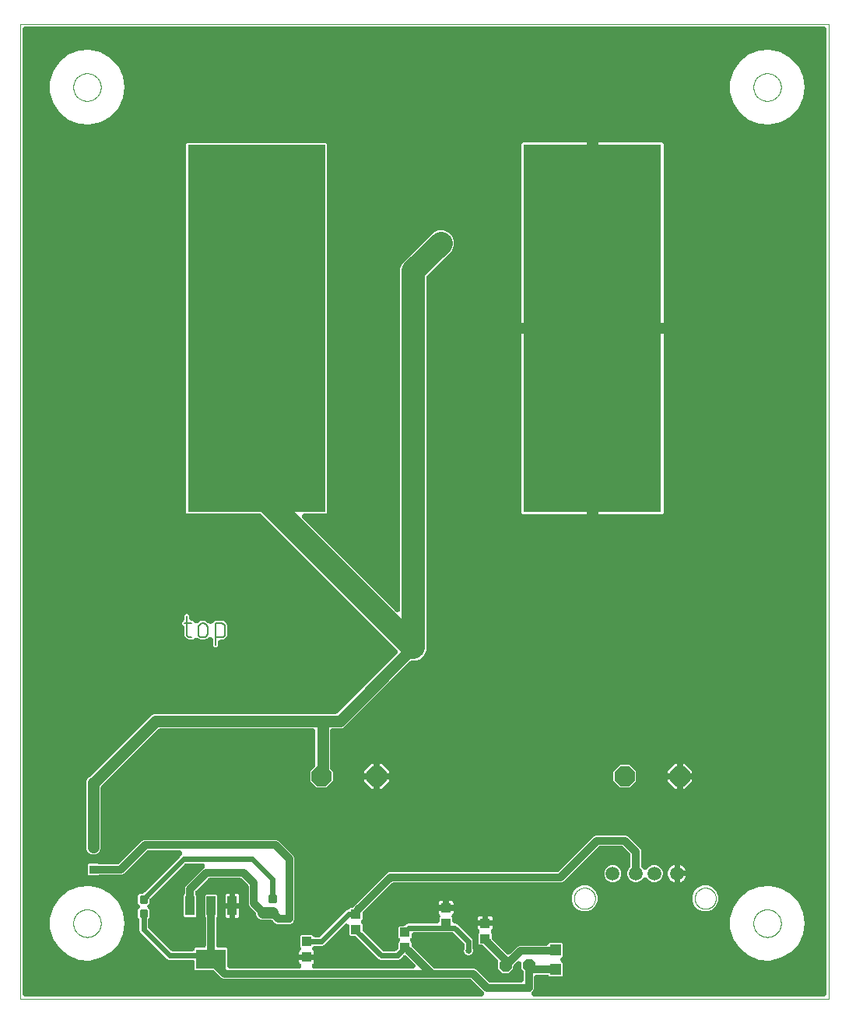
<source format=gtl>
G04 EAGLE Gerber RS-274X export*
G75*
%MOMM*%
%FSLAX34Y34*%
%LPD*%
%INTop Layer*%
%IPPOS*%
%AMOC8*
5,1,8,0,0,1.08239X$1,22.5*%
G01*
%ADD10C,0.001000*%
%ADD11C,0.203200*%
%ADD12R,1.100000X1.000000*%
%ADD13C,1.508000*%
%ADD14C,0.000000*%
%ADD15P,1.429621X8X202.500000*%
%ADD16R,0.900000X0.900000*%
%ADD17C,0.222250*%
%ADD18R,15.000000X40.000000*%
%ADD19R,1.200000X1.200000*%
%ADD20R,1.000000X2.150000*%
%ADD21R,3.250000X2.150000*%
%ADD22P,2.336880X8X22.500000*%
%ADD23C,0.812800*%
%ADD24C,1.270000*%
%ADD25C,0.609600*%
%ADD26C,0.152400*%
%ADD27C,0.654800*%
%ADD28C,2.540000*%

G36*
X514234Y10547D02*
X514234Y10547D01*
X514272Y10545D01*
X514480Y10567D01*
X514688Y10584D01*
X514725Y10593D01*
X514763Y10597D01*
X514964Y10652D01*
X515166Y10702D01*
X515201Y10717D01*
X515238Y10728D01*
X515428Y10815D01*
X515620Y10897D01*
X515652Y10917D01*
X515687Y10933D01*
X515860Y11050D01*
X516036Y11162D01*
X516064Y11187D01*
X516096Y11209D01*
X516248Y11352D01*
X516404Y11491D01*
X516428Y11520D01*
X516456Y11546D01*
X516583Y11712D01*
X516714Y11875D01*
X516733Y11908D01*
X516756Y11938D01*
X516854Y12122D01*
X516958Y12303D01*
X516971Y12339D01*
X516989Y12373D01*
X517057Y12570D01*
X517129Y12766D01*
X517137Y12803D01*
X517149Y12839D01*
X517184Y13046D01*
X517224Y13250D01*
X517225Y13288D01*
X517232Y13326D01*
X517233Y13535D01*
X517239Y13743D01*
X517234Y13781D01*
X517235Y13819D01*
X517202Y14026D01*
X517175Y14232D01*
X517164Y14269D01*
X517158Y14306D01*
X517093Y14505D01*
X517032Y14704D01*
X517016Y14739D01*
X517004Y14775D01*
X516907Y14960D01*
X516816Y15148D01*
X516794Y15179D01*
X516776Y15213D01*
X516718Y15285D01*
X516530Y15550D01*
X516409Y15672D01*
X516351Y15746D01*
X503578Y28519D01*
X503491Y28593D01*
X503410Y28674D01*
X503303Y28752D01*
X503202Y28838D01*
X503104Y28897D01*
X503012Y28964D01*
X502893Y29024D01*
X502779Y29093D01*
X502673Y29135D01*
X502571Y29187D01*
X502444Y29227D01*
X502321Y29276D01*
X502210Y29301D01*
X502101Y29335D01*
X502007Y29345D01*
X501839Y29383D01*
X501515Y29401D01*
X501423Y29411D01*
X233888Y29411D01*
X231834Y30262D01*
X229834Y32263D01*
X224264Y37833D01*
X224177Y37907D01*
X224096Y37988D01*
X223989Y38066D01*
X223888Y38152D01*
X223790Y38211D01*
X223698Y38278D01*
X223579Y38338D01*
X223465Y38407D01*
X223359Y38449D01*
X223257Y38501D01*
X223130Y38541D01*
X223007Y38590D01*
X222896Y38615D01*
X222787Y38649D01*
X222693Y38659D01*
X222525Y38697D01*
X222201Y38715D01*
X222109Y38725D01*
X203118Y38725D01*
X202225Y39618D01*
X202225Y47380D01*
X202219Y47456D01*
X202221Y47532D01*
X202199Y47701D01*
X202185Y47872D01*
X202167Y47946D01*
X202157Y48021D01*
X202108Y48185D01*
X202067Y48351D01*
X202037Y48420D01*
X202015Y48494D01*
X201939Y48647D01*
X201872Y48804D01*
X201831Y48868D01*
X201798Y48937D01*
X201699Y49076D01*
X201607Y49220D01*
X201556Y49277D01*
X201512Y49339D01*
X201392Y49460D01*
X201278Y49588D01*
X201219Y49636D01*
X201165Y49690D01*
X201027Y49791D01*
X200894Y49898D01*
X200828Y49935D01*
X200767Y49980D01*
X200614Y50057D01*
X200466Y50142D01*
X200394Y50168D01*
X200326Y50203D01*
X200163Y50254D01*
X200003Y50313D01*
X199928Y50328D01*
X199856Y50351D01*
X199751Y50363D01*
X199519Y50408D01*
X199283Y50415D01*
X199178Y50427D01*
X174090Y50427D01*
X172410Y51123D01*
X170695Y52838D01*
X144338Y79195D01*
X142623Y80910D01*
X141927Y82590D01*
X141927Y93695D01*
X141918Y93809D01*
X141919Y93923D01*
X141898Y94055D01*
X141887Y94187D01*
X141860Y94298D01*
X141842Y94411D01*
X141801Y94537D01*
X141769Y94666D01*
X141724Y94771D01*
X141688Y94879D01*
X141626Y94997D01*
X141574Y95119D01*
X141513Y95215D01*
X141460Y95317D01*
X141401Y95390D01*
X141309Y95535D01*
X141093Y95777D01*
X141035Y95850D01*
X140530Y96354D01*
X140530Y105206D01*
X141570Y106245D01*
X141619Y106303D01*
X141675Y106356D01*
X141779Y106491D01*
X141889Y106621D01*
X141929Y106687D01*
X141975Y106747D01*
X142056Y106897D01*
X142144Y107044D01*
X142172Y107115D01*
X142208Y107182D01*
X142264Y107343D01*
X142327Y107502D01*
X142344Y107576D01*
X142368Y107648D01*
X142397Y107817D01*
X142434Y107984D01*
X142438Y108059D01*
X142451Y108135D01*
X142452Y108306D01*
X142462Y108476D01*
X142453Y108552D01*
X142454Y108628D01*
X142427Y108797D01*
X142409Y108967D01*
X142389Y109040D01*
X142377Y109115D01*
X142324Y109278D01*
X142279Y109442D01*
X142247Y109512D01*
X142223Y109584D01*
X142144Y109736D01*
X142073Y109891D01*
X142030Y109954D01*
X141995Y110022D01*
X141930Y110104D01*
X141798Y110300D01*
X141636Y110472D01*
X141570Y110555D01*
X140530Y111594D01*
X140530Y120446D01*
X142074Y121990D01*
X144261Y121990D01*
X144374Y121999D01*
X144488Y121998D01*
X144620Y122019D01*
X144752Y122030D01*
X144863Y122057D01*
X144976Y122075D01*
X145102Y122116D01*
X145231Y122148D01*
X145336Y122193D01*
X145444Y122229D01*
X145562Y122290D01*
X145685Y122343D01*
X145781Y122404D01*
X145882Y122457D01*
X145956Y122516D01*
X146101Y122608D01*
X146343Y122824D01*
X146415Y122882D01*
X146594Y123061D01*
X146673Y123153D01*
X146728Y123203D01*
X147228Y123773D01*
X147273Y123799D01*
X147650Y124117D01*
X147655Y124123D01*
X147660Y124127D01*
X185695Y162162D01*
X187742Y164209D01*
X187767Y164238D01*
X187796Y164264D01*
X187926Y164426D01*
X188062Y164585D01*
X188082Y164618D01*
X188106Y164648D01*
X188209Y164829D01*
X188317Y165008D01*
X188331Y165043D01*
X188350Y165076D01*
X188422Y165272D01*
X188500Y165466D01*
X188508Y165503D01*
X188521Y165539D01*
X188561Y165743D01*
X188606Y165947D01*
X188609Y165986D01*
X188616Y166023D01*
X188622Y166231D01*
X188634Y166440D01*
X188630Y166478D01*
X188631Y166516D01*
X188604Y166723D01*
X188582Y166931D01*
X188572Y166967D01*
X188567Y167005D01*
X188506Y167206D01*
X188451Y167406D01*
X188435Y167441D01*
X188424Y167478D01*
X188332Y167665D01*
X188245Y167855D01*
X188224Y167886D01*
X188207Y167921D01*
X188087Y168091D01*
X187970Y168264D01*
X187944Y168292D01*
X187922Y168323D01*
X187775Y168471D01*
X187632Y168624D01*
X187602Y168647D01*
X187575Y168674D01*
X187407Y168797D01*
X187241Y168924D01*
X187207Y168942D01*
X187176Y168964D01*
X186991Y169058D01*
X186806Y169157D01*
X186770Y169170D01*
X186736Y169187D01*
X186537Y169249D01*
X186339Y169317D01*
X186302Y169323D01*
X186265Y169335D01*
X186173Y169345D01*
X185853Y169400D01*
X185681Y169401D01*
X185588Y169411D01*
X151787Y169411D01*
X151673Y169402D01*
X151559Y169403D01*
X151428Y169382D01*
X151295Y169371D01*
X151185Y169344D01*
X151072Y169326D01*
X150945Y169285D01*
X150817Y169253D01*
X150712Y169208D01*
X150603Y169172D01*
X150485Y169110D01*
X150363Y169058D01*
X150267Y168997D01*
X150166Y168944D01*
X150092Y168885D01*
X149947Y168793D01*
X149705Y168577D01*
X149632Y168519D01*
X127067Y145953D01*
X127066Y145953D01*
X125066Y143952D01*
X123012Y143101D01*
X98730Y143101D01*
X98616Y143092D01*
X98502Y143093D01*
X98370Y143072D01*
X98238Y143061D01*
X98127Y143034D01*
X98014Y143016D01*
X97888Y142975D01*
X97759Y142943D01*
X97654Y142898D01*
X97546Y142862D01*
X97428Y142800D01*
X97306Y142748D01*
X97210Y142687D01*
X97168Y142665D01*
X86768Y142665D01*
X85875Y143558D01*
X85875Y153822D01*
X86768Y154715D01*
X97163Y154715D01*
X97260Y154666D01*
X97374Y154597D01*
X97480Y154555D01*
X97582Y154503D01*
X97708Y154463D01*
X97832Y154414D01*
X97943Y154389D01*
X98052Y154355D01*
X98146Y154345D01*
X98313Y154307D01*
X98638Y154289D01*
X98730Y154279D01*
X118323Y154279D01*
X118437Y154288D01*
X118551Y154287D01*
X118682Y154308D01*
X118815Y154319D01*
X118925Y154346D01*
X119038Y154364D01*
X119165Y154405D01*
X119293Y154437D01*
X119398Y154482D01*
X119507Y154518D01*
X119625Y154580D01*
X119747Y154632D01*
X119843Y154693D01*
X119944Y154746D01*
X120018Y154805D01*
X120163Y154897D01*
X120405Y155113D01*
X120478Y155171D01*
X143043Y177737D01*
X143044Y177737D01*
X145044Y179738D01*
X147098Y180589D01*
X291112Y180589D01*
X293166Y179738D01*
X309738Y163166D01*
X310589Y161112D01*
X310589Y93888D01*
X309738Y91834D01*
X308166Y90262D01*
X306112Y89411D01*
X291968Y89411D01*
X289914Y90262D01*
X287364Y92813D01*
X287277Y92887D01*
X287196Y92968D01*
X287089Y93046D01*
X286988Y93132D01*
X286890Y93191D01*
X286798Y93258D01*
X286679Y93318D01*
X286565Y93387D01*
X286459Y93429D01*
X286357Y93481D01*
X286230Y93521D01*
X286107Y93570D01*
X285996Y93595D01*
X285887Y93629D01*
X285793Y93639D01*
X285625Y93677D01*
X285301Y93695D01*
X285209Y93705D01*
X274934Y93705D01*
X272039Y94904D01*
X269824Y97119D01*
X268625Y100014D01*
X268625Y100289D01*
X268616Y100403D01*
X268617Y100517D01*
X268596Y100648D01*
X268585Y100781D01*
X268558Y100891D01*
X268540Y101004D01*
X268499Y101131D01*
X268467Y101259D01*
X268422Y101364D01*
X268386Y101473D01*
X268324Y101591D01*
X268272Y101713D01*
X268211Y101809D01*
X268158Y101910D01*
X268099Y101984D01*
X268007Y102129D01*
X267791Y102371D01*
X267733Y102444D01*
X261762Y108414D01*
X260911Y110468D01*
X260911Y129923D01*
X260902Y130037D01*
X260903Y130151D01*
X260882Y130282D01*
X260871Y130415D01*
X260844Y130525D01*
X260826Y130638D01*
X260785Y130765D01*
X260753Y130893D01*
X260708Y130998D01*
X260672Y131107D01*
X260610Y131225D01*
X260558Y131347D01*
X260497Y131443D01*
X260444Y131544D01*
X260385Y131618D01*
X260293Y131763D01*
X260077Y132005D01*
X260019Y132078D01*
X253578Y138519D01*
X253491Y138593D01*
X253410Y138674D01*
X253303Y138752D01*
X253202Y138838D01*
X253104Y138897D01*
X253012Y138964D01*
X252893Y139024D01*
X252779Y139093D01*
X252673Y139135D01*
X252571Y139187D01*
X252444Y139227D01*
X252321Y139276D01*
X252210Y139301D01*
X252101Y139335D01*
X252007Y139345D01*
X251839Y139383D01*
X251515Y139401D01*
X251423Y139411D01*
X218577Y139411D01*
X218463Y139402D01*
X218349Y139403D01*
X218218Y139382D01*
X218085Y139371D01*
X217975Y139344D01*
X217862Y139326D01*
X217735Y139285D01*
X217607Y139253D01*
X217502Y139208D01*
X217393Y139172D01*
X217275Y139110D01*
X217153Y139058D01*
X217057Y138997D01*
X216956Y138944D01*
X216882Y138885D01*
X216737Y138793D01*
X216495Y138577D01*
X216422Y138519D01*
X203481Y125578D01*
X203407Y125491D01*
X203326Y125410D01*
X203248Y125303D01*
X203162Y125202D01*
X203103Y125104D01*
X203036Y125012D01*
X202976Y124893D01*
X202907Y124779D01*
X202865Y124673D01*
X202813Y124571D01*
X202773Y124444D01*
X202724Y124321D01*
X202699Y124210D01*
X202665Y124101D01*
X202655Y124007D01*
X202617Y123839D01*
X202599Y123515D01*
X202589Y123423D01*
X202589Y122580D01*
X202598Y122466D01*
X202597Y122352D01*
X202618Y122220D01*
X202629Y122088D01*
X202656Y121977D01*
X202674Y121864D01*
X202715Y121738D01*
X202747Y121609D01*
X202792Y121504D01*
X202828Y121396D01*
X202890Y121278D01*
X202942Y121156D01*
X203003Y121060D01*
X203056Y120958D01*
X203115Y120885D01*
X203207Y120740D01*
X203423Y120498D01*
X203481Y120425D01*
X203525Y120382D01*
X203525Y97618D01*
X202632Y96725D01*
X191368Y96725D01*
X190475Y97618D01*
X190475Y120382D01*
X190519Y120425D01*
X190593Y120512D01*
X190674Y120592D01*
X190752Y120700D01*
X190838Y120801D01*
X190897Y120899D01*
X190964Y120991D01*
X191024Y121109D01*
X191093Y121224D01*
X191135Y121330D01*
X191187Y121432D01*
X191227Y121558D01*
X191276Y121682D01*
X191301Y121793D01*
X191335Y121902D01*
X191345Y121996D01*
X191383Y122163D01*
X191401Y122488D01*
X191411Y122580D01*
X191411Y128112D01*
X192262Y130166D01*
X211972Y149876D01*
X212090Y149951D01*
X212168Y150021D01*
X212252Y150083D01*
X212352Y150185D01*
X212458Y150280D01*
X212524Y150361D01*
X212596Y150436D01*
X212678Y150553D01*
X212768Y150664D01*
X212819Y150754D01*
X212879Y150840D01*
X212941Y150968D01*
X213012Y151092D01*
X213048Y151190D01*
X213093Y151284D01*
X213134Y151421D01*
X213183Y151555D01*
X213203Y151657D01*
X213233Y151758D01*
X213251Y151899D01*
X213278Y152039D01*
X213281Y152143D01*
X213294Y152247D01*
X213289Y152390D01*
X213293Y152532D01*
X213280Y152636D01*
X213276Y152740D01*
X213248Y152880D01*
X213229Y153021D01*
X213199Y153121D01*
X213178Y153224D01*
X213128Y153357D01*
X213087Y153494D01*
X213041Y153587D01*
X213004Y153685D01*
X212932Y153808D01*
X212870Y153937D01*
X212809Y154022D01*
X212757Y154112D01*
X212667Y154223D01*
X212584Y154339D01*
X212511Y154413D01*
X212445Y154494D01*
X212338Y154589D01*
X212238Y154690D01*
X212153Y154751D01*
X212075Y154821D01*
X211954Y154896D01*
X211839Y154980D01*
X211745Y155027D01*
X211657Y155083D01*
X211526Y155138D01*
X211398Y155203D01*
X211299Y155234D01*
X211202Y155275D01*
X211064Y155308D01*
X210928Y155351D01*
X210850Y155360D01*
X210723Y155390D01*
X210290Y155423D01*
X210250Y155427D01*
X193156Y155427D01*
X193043Y155418D01*
X192928Y155419D01*
X192797Y155398D01*
X192665Y155387D01*
X192554Y155360D01*
X192441Y155342D01*
X192315Y155301D01*
X192186Y155269D01*
X192081Y155224D01*
X191972Y155188D01*
X191854Y155126D01*
X191732Y155074D01*
X191636Y155013D01*
X191535Y154960D01*
X191461Y154901D01*
X191316Y154809D01*
X191074Y154593D01*
X191002Y154535D01*
X153406Y116939D01*
X153327Y116847D01*
X153272Y116797D01*
X153229Y116747D01*
X153219Y116734D01*
X153207Y116722D01*
X153120Y116603D01*
X153087Y116563D01*
X153064Y116526D01*
X152934Y116351D01*
X152926Y116337D01*
X152917Y116323D01*
X152813Y116119D01*
X152707Y115913D01*
X152702Y115898D01*
X152694Y115883D01*
X152625Y115664D01*
X152554Y115444D01*
X152551Y115428D01*
X152546Y115412D01*
X152539Y115353D01*
X152478Y114957D01*
X152479Y114817D01*
X152470Y114735D01*
X152470Y111594D01*
X151430Y110555D01*
X151381Y110497D01*
X151325Y110445D01*
X151221Y110309D01*
X151111Y110179D01*
X151071Y110113D01*
X151025Y110053D01*
X150944Y109903D01*
X150856Y109756D01*
X150828Y109686D01*
X150792Y109618D01*
X150736Y109457D01*
X150673Y109298D01*
X150656Y109224D01*
X150632Y109152D01*
X150603Y108983D01*
X150566Y108817D01*
X150562Y108740D01*
X150549Y108665D01*
X150548Y108495D01*
X150538Y108324D01*
X150547Y108248D01*
X150546Y108172D01*
X150573Y108003D01*
X150591Y107833D01*
X150611Y107760D01*
X150623Y107685D01*
X150676Y107522D01*
X150721Y107358D01*
X150753Y107289D01*
X150777Y107216D01*
X150856Y107064D01*
X150927Y106909D01*
X150970Y106846D01*
X151005Y106778D01*
X151070Y106696D01*
X151202Y106500D01*
X151365Y106327D01*
X151430Y106245D01*
X152470Y105206D01*
X152470Y96354D01*
X151965Y95850D01*
X151891Y95763D01*
X151810Y95683D01*
X151732Y95575D01*
X151646Y95474D01*
X151587Y95376D01*
X151520Y95284D01*
X151460Y95165D01*
X151391Y95051D01*
X151349Y94945D01*
X151297Y94843D01*
X151257Y94717D01*
X151208Y94593D01*
X151183Y94482D01*
X151149Y94373D01*
X151139Y94279D01*
X151101Y94112D01*
X151083Y93787D01*
X151073Y93695D01*
X151073Y86656D01*
X151077Y86599D01*
X151077Y86573D01*
X151082Y86532D01*
X151081Y86428D01*
X151102Y86297D01*
X151113Y86165D01*
X151140Y86054D01*
X151158Y85941D01*
X151199Y85815D01*
X151231Y85686D01*
X151276Y85581D01*
X151312Y85472D01*
X151374Y85354D01*
X151426Y85232D01*
X151487Y85136D01*
X151540Y85035D01*
X151599Y84961D01*
X151691Y84816D01*
X151907Y84574D01*
X151965Y84502D01*
X176002Y60465D01*
X176089Y60391D01*
X176169Y60310D01*
X176276Y60232D01*
X176377Y60146D01*
X176475Y60087D01*
X176568Y60020D01*
X176686Y59960D01*
X176800Y59891D01*
X176906Y59849D01*
X177008Y59797D01*
X177135Y59757D01*
X177258Y59708D01*
X177369Y59683D01*
X177479Y59649D01*
X177572Y59639D01*
X177740Y59601D01*
X178064Y59583D01*
X178156Y59573D01*
X199178Y59573D01*
X199254Y59579D01*
X199330Y59577D01*
X199499Y59599D01*
X199670Y59613D01*
X199744Y59631D01*
X199819Y59641D01*
X199983Y59690D01*
X200149Y59731D01*
X200218Y59761D01*
X200292Y59783D01*
X200445Y59859D01*
X200602Y59926D01*
X200666Y59967D01*
X200735Y60000D01*
X200874Y60099D01*
X201018Y60191D01*
X201075Y60242D01*
X201137Y60286D01*
X201258Y60406D01*
X201386Y60520D01*
X201434Y60579D01*
X201488Y60633D01*
X201589Y60771D01*
X201696Y60904D01*
X201733Y60970D01*
X201778Y61031D01*
X201855Y61184D01*
X201940Y61332D01*
X201966Y61404D01*
X202001Y61472D01*
X202052Y61635D01*
X202111Y61795D01*
X202126Y61870D01*
X202149Y61942D01*
X202161Y62047D01*
X202206Y62279D01*
X202209Y62365D01*
X203118Y63275D01*
X211364Y63275D01*
X211440Y63281D01*
X211516Y63279D01*
X211685Y63301D01*
X211856Y63315D01*
X211930Y63333D01*
X212005Y63343D01*
X212169Y63392D01*
X212335Y63433D01*
X212404Y63463D01*
X212478Y63485D01*
X212631Y63561D01*
X212788Y63628D01*
X212852Y63669D01*
X212921Y63702D01*
X213060Y63801D01*
X213204Y63893D01*
X213261Y63944D01*
X213323Y63988D01*
X213444Y64108D01*
X213572Y64222D01*
X213620Y64281D01*
X213674Y64335D01*
X213775Y64473D01*
X213882Y64606D01*
X213919Y64672D01*
X213964Y64733D01*
X214041Y64886D01*
X214126Y65034D01*
X214152Y65106D01*
X214187Y65174D01*
X214238Y65337D01*
X214297Y65497D01*
X214312Y65572D01*
X214335Y65644D01*
X214347Y65749D01*
X214392Y65981D01*
X214399Y66217D01*
X214411Y66322D01*
X214411Y95420D01*
X214402Y95534D01*
X214403Y95648D01*
X214382Y95780D01*
X214371Y95912D01*
X214344Y96023D01*
X214326Y96136D01*
X214285Y96262D01*
X214253Y96391D01*
X214208Y96496D01*
X214172Y96604D01*
X214110Y96722D01*
X214058Y96844D01*
X213997Y96940D01*
X213944Y97042D01*
X213885Y97115D01*
X213793Y97260D01*
X213577Y97502D01*
X213519Y97575D01*
X213475Y97618D01*
X213475Y120382D01*
X214368Y121275D01*
X225632Y121275D01*
X226525Y120382D01*
X226525Y97618D01*
X226481Y97575D01*
X226407Y97488D01*
X226326Y97408D01*
X226248Y97300D01*
X226162Y97199D01*
X226103Y97101D01*
X226036Y97009D01*
X225976Y96890D01*
X225907Y96776D01*
X225865Y96670D01*
X225813Y96568D01*
X225773Y96442D01*
X225724Y96318D01*
X225699Y96207D01*
X225665Y96098D01*
X225655Y96004D01*
X225617Y95837D01*
X225599Y95512D01*
X225589Y95420D01*
X225589Y66322D01*
X225595Y66246D01*
X225593Y66170D01*
X225615Y66001D01*
X225629Y65830D01*
X225647Y65756D01*
X225657Y65681D01*
X225706Y65517D01*
X225747Y65351D01*
X225777Y65282D01*
X225799Y65208D01*
X225875Y65055D01*
X225942Y64898D01*
X225983Y64834D01*
X226016Y64765D01*
X226115Y64626D01*
X226207Y64482D01*
X226258Y64425D01*
X226302Y64363D01*
X226422Y64242D01*
X226536Y64114D01*
X226595Y64066D01*
X226649Y64012D01*
X226787Y63911D01*
X226920Y63804D01*
X226986Y63767D01*
X227047Y63722D01*
X227200Y63645D01*
X227348Y63560D01*
X227420Y63534D01*
X227488Y63499D01*
X227651Y63448D01*
X227811Y63389D01*
X227886Y63374D01*
X227958Y63351D01*
X228063Y63339D01*
X228295Y63294D01*
X228531Y63287D01*
X228636Y63275D01*
X236882Y63275D01*
X237775Y62382D01*
X237775Y43636D01*
X237781Y43560D01*
X237779Y43484D01*
X237801Y43315D01*
X237815Y43144D01*
X237833Y43070D01*
X237843Y42995D01*
X237892Y42831D01*
X237933Y42665D01*
X237963Y42596D01*
X237985Y42522D01*
X238061Y42369D01*
X238128Y42212D01*
X238169Y42148D01*
X238202Y42079D01*
X238301Y41940D01*
X238393Y41796D01*
X238444Y41739D01*
X238488Y41677D01*
X238608Y41556D01*
X238722Y41428D01*
X238781Y41380D01*
X238835Y41326D01*
X238973Y41225D01*
X239106Y41118D01*
X239172Y41081D01*
X239233Y41036D01*
X239386Y40959D01*
X239534Y40874D01*
X239606Y40848D01*
X239674Y40813D01*
X239837Y40762D01*
X239997Y40703D01*
X240072Y40688D01*
X240144Y40665D01*
X240249Y40653D01*
X240481Y40608D01*
X240717Y40601D01*
X240822Y40589D01*
X315116Y40589D01*
X315305Y40604D01*
X315495Y40612D01*
X315551Y40624D01*
X315607Y40629D01*
X315792Y40674D01*
X315978Y40713D01*
X316031Y40734D01*
X316086Y40747D01*
X316261Y40822D01*
X316438Y40891D01*
X316487Y40919D01*
X316540Y40942D01*
X316700Y41044D01*
X316864Y41140D01*
X316908Y41176D01*
X316956Y41207D01*
X317097Y41334D01*
X317244Y41455D01*
X317281Y41498D01*
X317324Y41536D01*
X317443Y41684D01*
X317568Y41827D01*
X317598Y41875D01*
X317634Y41920D01*
X317727Y42084D01*
X317828Y42246D01*
X317849Y42299D01*
X317878Y42348D01*
X317944Y42526D01*
X318016Y42702D01*
X318029Y42757D01*
X318049Y42811D01*
X318086Y42998D01*
X318129Y43182D01*
X318133Y43239D01*
X318144Y43295D01*
X318150Y43485D01*
X318163Y43675D01*
X318157Y43731D01*
X318159Y43788D01*
X318134Y43977D01*
X318117Y44166D01*
X318102Y44221D01*
X318095Y44277D01*
X318040Y44459D01*
X317992Y44643D01*
X317969Y44695D01*
X317952Y44749D01*
X317869Y44920D01*
X317792Y45094D01*
X317760Y45142D01*
X317735Y45193D01*
X317626Y45347D01*
X317521Y45507D01*
X317483Y45549D01*
X317450Y45595D01*
X317317Y45730D01*
X317188Y45870D01*
X317151Y45897D01*
X317103Y45946D01*
X316763Y46193D01*
X316267Y46690D01*
X315932Y47269D01*
X315759Y47915D01*
X315759Y50203D01*
X323800Y50203D01*
X331841Y50203D01*
X331841Y47915D01*
X331668Y47269D01*
X331333Y46690D01*
X330823Y46180D01*
X330804Y46167D01*
X330644Y46065D01*
X330602Y46027D01*
X330555Y45995D01*
X330418Y45863D01*
X330276Y45736D01*
X330241Y45692D01*
X330200Y45653D01*
X330086Y45500D01*
X329966Y45352D01*
X329938Y45303D01*
X329904Y45257D01*
X329816Y45089D01*
X329722Y44924D01*
X329703Y44870D01*
X329676Y44820D01*
X329617Y44639D01*
X329551Y44461D01*
X329540Y44405D01*
X329522Y44351D01*
X329493Y44163D01*
X329456Y43977D01*
X329454Y43920D01*
X329446Y43864D01*
X329447Y43674D01*
X329441Y43484D01*
X329448Y43427D01*
X329449Y43371D01*
X329480Y43183D01*
X329505Y42995D01*
X329522Y42940D01*
X329531Y42884D01*
X329593Y42704D01*
X329648Y42522D01*
X329673Y42471D01*
X329691Y42418D01*
X329781Y42250D01*
X329865Y42079D01*
X329897Y42033D01*
X329924Y41983D01*
X330040Y41832D01*
X330150Y41677D01*
X330190Y41637D01*
X330225Y41591D01*
X330363Y41461D01*
X330497Y41326D01*
X330543Y41293D01*
X330584Y41254D01*
X330742Y41148D01*
X330896Y41036D01*
X330946Y41010D01*
X330994Y40978D01*
X331166Y40899D01*
X331336Y40813D01*
X331390Y40796D01*
X331442Y40773D01*
X331625Y40722D01*
X331806Y40665D01*
X331852Y40660D01*
X331918Y40642D01*
X332408Y40590D01*
X332453Y40592D01*
X332484Y40589D01*
X439151Y40589D01*
X439189Y40592D01*
X439227Y40590D01*
X439435Y40612D01*
X439643Y40629D01*
X439680Y40638D01*
X439718Y40642D01*
X439919Y40697D01*
X440121Y40747D01*
X440156Y40762D01*
X440193Y40773D01*
X440383Y40860D01*
X440575Y40942D01*
X440607Y40962D01*
X440642Y40978D01*
X440815Y41095D01*
X440991Y41207D01*
X441019Y41232D01*
X441051Y41254D01*
X441203Y41396D01*
X441359Y41536D01*
X441383Y41565D01*
X441411Y41591D01*
X441538Y41757D01*
X441669Y41920D01*
X441688Y41953D01*
X441711Y41983D01*
X441809Y42167D01*
X441913Y42348D01*
X441926Y42384D01*
X441944Y42418D01*
X442012Y42615D01*
X442084Y42811D01*
X442092Y42848D01*
X442104Y42884D01*
X442139Y43091D01*
X442179Y43295D01*
X442180Y43333D01*
X442187Y43371D01*
X442188Y43580D01*
X442194Y43788D01*
X442189Y43826D01*
X442190Y43864D01*
X442157Y44071D01*
X442130Y44277D01*
X442119Y44314D01*
X442113Y44351D01*
X442048Y44550D01*
X441987Y44749D01*
X441971Y44784D01*
X441959Y44820D01*
X441862Y45005D01*
X441771Y45193D01*
X441749Y45224D01*
X441731Y45258D01*
X441673Y45330D01*
X441485Y45595D01*
X441364Y45717D01*
X441306Y45791D01*
X432786Y54310D01*
X432728Y54359D01*
X432676Y54415D01*
X432541Y54519D01*
X432410Y54629D01*
X432345Y54669D01*
X432285Y54715D01*
X432134Y54796D01*
X431988Y54884D01*
X431917Y54912D01*
X431850Y54948D01*
X431688Y55004D01*
X431530Y55067D01*
X431455Y55084D01*
X431383Y55108D01*
X431215Y55137D01*
X431048Y55174D01*
X430972Y55178D01*
X430897Y55191D01*
X430726Y55192D01*
X430556Y55202D01*
X430480Y55194D01*
X430404Y55194D01*
X430235Y55167D01*
X430065Y55149D01*
X429992Y55129D01*
X429916Y55117D01*
X429754Y55064D01*
X429589Y55019D01*
X429520Y54987D01*
X429448Y54963D01*
X429296Y54884D01*
X429141Y54813D01*
X429078Y54770D01*
X429010Y54735D01*
X428928Y54670D01*
X428732Y54538D01*
X428559Y54376D01*
X428477Y54310D01*
X427005Y52838D01*
X425290Y51123D01*
X423610Y50427D01*
X404090Y50427D01*
X402410Y51123D01*
X400695Y52838D01*
X377700Y75833D01*
X377613Y75907D01*
X377533Y75988D01*
X377426Y76066D01*
X377325Y76152D01*
X377227Y76211D01*
X377134Y76278D01*
X377016Y76338D01*
X376902Y76407D01*
X376796Y76449D01*
X376694Y76501D01*
X376567Y76541D01*
X376444Y76590D01*
X376333Y76615D01*
X376223Y76649D01*
X376130Y76659D01*
X375962Y76697D01*
X375638Y76715D01*
X375546Y76725D01*
X371243Y76725D01*
X370350Y77618D01*
X370350Y86527D01*
X370347Y86565D01*
X370349Y86603D01*
X370327Y86811D01*
X370310Y87018D01*
X370301Y87056D01*
X370297Y87093D01*
X370242Y87295D01*
X370192Y87497D01*
X370177Y87532D01*
X370166Y87569D01*
X370079Y87759D01*
X369997Y87951D01*
X369977Y87983D01*
X369961Y88017D01*
X369844Y88191D01*
X369732Y88367D01*
X369707Y88395D01*
X369685Y88427D01*
X369542Y88579D01*
X369403Y88735D01*
X369374Y88759D01*
X369348Y88786D01*
X369182Y88914D01*
X369019Y89045D01*
X368986Y89063D01*
X368956Y89087D01*
X368772Y89185D01*
X368591Y89289D01*
X368555Y89302D01*
X368521Y89320D01*
X368324Y89388D01*
X368128Y89460D01*
X368091Y89467D01*
X368055Y89480D01*
X367848Y89515D01*
X367644Y89555D01*
X367606Y89556D01*
X367568Y89562D01*
X367359Y89564D01*
X367151Y89570D01*
X367113Y89565D01*
X367075Y89565D01*
X366868Y89533D01*
X366662Y89506D01*
X366625Y89495D01*
X366588Y89489D01*
X366389Y89424D01*
X366190Y89363D01*
X366155Y89346D01*
X366119Y89335D01*
X365934Y89238D01*
X365746Y89146D01*
X365715Y89124D01*
X365681Y89107D01*
X365609Y89049D01*
X365344Y88861D01*
X365222Y88740D01*
X365148Y88681D01*
X344555Y68088D01*
X342840Y66373D01*
X341160Y65677D01*
X333146Y65677D01*
X333032Y65668D01*
X332918Y65669D01*
X332787Y65648D01*
X332654Y65637D01*
X332543Y65610D01*
X332431Y65592D01*
X332304Y65551D01*
X332175Y65519D01*
X332071Y65474D01*
X331962Y65438D01*
X331844Y65376D01*
X331722Y65324D01*
X331626Y65263D01*
X331525Y65210D01*
X331451Y65151D01*
X331306Y65059D01*
X331064Y64843D01*
X330991Y64785D01*
X330830Y64623D01*
X330780Y64565D01*
X330725Y64513D01*
X330621Y64378D01*
X330510Y64247D01*
X330471Y64182D01*
X330424Y64121D01*
X330344Y63971D01*
X330256Y63825D01*
X330227Y63754D01*
X330191Y63687D01*
X330136Y63525D01*
X330072Y63367D01*
X330056Y63292D01*
X330031Y63220D01*
X330003Y63052D01*
X329966Y62885D01*
X329961Y62809D01*
X329948Y62734D01*
X329947Y62563D01*
X329938Y62393D01*
X329946Y62317D01*
X329945Y62240D01*
X329972Y62072D01*
X329990Y61902D01*
X330010Y61828D01*
X330022Y61753D01*
X330075Y61591D01*
X330121Y61426D01*
X330152Y61357D01*
X330176Y61284D01*
X330255Y61133D01*
X330326Y60978D01*
X330369Y60915D01*
X330404Y60847D01*
X330470Y60764D01*
X330602Y60569D01*
X330764Y60396D01*
X330829Y60314D01*
X331333Y59810D01*
X331668Y59231D01*
X331841Y58585D01*
X331841Y56297D01*
X323800Y56297D01*
X315759Y56297D01*
X315759Y58585D01*
X315932Y59231D01*
X316267Y59810D01*
X316771Y60314D01*
X316820Y60372D01*
X316875Y60424D01*
X316979Y60559D01*
X317090Y60690D01*
X317129Y60755D01*
X317176Y60815D01*
X317256Y60966D01*
X317345Y61112D01*
X317373Y61183D01*
X317409Y61250D01*
X317464Y61411D01*
X317528Y61570D01*
X317544Y61645D01*
X317569Y61717D01*
X317597Y61885D01*
X317634Y62052D01*
X317639Y62128D01*
X317652Y62203D01*
X317653Y62374D01*
X317662Y62544D01*
X317654Y62620D01*
X317655Y62696D01*
X317628Y62865D01*
X317610Y63035D01*
X317590Y63108D01*
X317578Y63184D01*
X317524Y63346D01*
X317479Y63511D01*
X317448Y63580D01*
X317424Y63652D01*
X317345Y63804D01*
X317274Y63959D01*
X317231Y64022D01*
X317196Y64090D01*
X317130Y64172D01*
X316998Y64368D01*
X316836Y64541D01*
X316775Y64617D01*
X316775Y75882D01*
X317668Y76775D01*
X329932Y76775D01*
X330991Y75715D01*
X331078Y75641D01*
X331158Y75560D01*
X331266Y75482D01*
X331367Y75396D01*
X331465Y75337D01*
X331557Y75270D01*
X331676Y75210D01*
X331790Y75141D01*
X331896Y75099D01*
X331998Y75047D01*
X332124Y75007D01*
X332248Y74958D01*
X332359Y74933D01*
X332468Y74899D01*
X332562Y74889D01*
X332729Y74851D01*
X333054Y74833D01*
X333146Y74823D01*
X337094Y74823D01*
X337207Y74832D01*
X337322Y74831D01*
X337453Y74852D01*
X337585Y74863D01*
X337696Y74890D01*
X337809Y74908D01*
X337935Y74949D01*
X338064Y74981D01*
X338169Y75026D01*
X338278Y75062D01*
X338396Y75124D01*
X338518Y75176D01*
X338614Y75237D01*
X338715Y75290D01*
X338789Y75349D01*
X338934Y75441D01*
X339176Y75657D01*
X339248Y75715D01*
X367410Y103877D01*
X368469Y104315D01*
X368663Y104415D01*
X368860Y104511D01*
X368883Y104528D01*
X368908Y104540D01*
X369084Y104670D01*
X369262Y104797D01*
X369282Y104817D01*
X369305Y104833D01*
X369454Y104986D01*
X369458Y104989D01*
X369527Y105059D01*
X369613Y105143D01*
X369616Y105147D01*
X371243Y106775D01*
X372650Y106775D01*
X372868Y106792D01*
X373086Y106806D01*
X373114Y106812D01*
X373142Y106815D01*
X373354Y106867D01*
X373567Y106916D01*
X373593Y106927D01*
X373620Y106933D01*
X373821Y107019D01*
X374024Y107102D01*
X374048Y107117D01*
X374074Y107128D01*
X374258Y107245D01*
X374445Y107360D01*
X374466Y107378D01*
X374490Y107393D01*
X374653Y107539D01*
X374819Y107681D01*
X374837Y107703D01*
X374858Y107722D01*
X374995Y107892D01*
X375031Y107935D01*
X375186Y108089D01*
X375241Y108155D01*
X375304Y108214D01*
X375364Y108299D01*
X375505Y108465D01*
X375620Y108655D01*
X376136Y109067D01*
X376309Y109229D01*
X376391Y109295D01*
X411834Y144738D01*
X413888Y145589D01*
X596423Y145589D01*
X596537Y145598D01*
X596651Y145597D01*
X596782Y145618D01*
X596915Y145629D01*
X597025Y145656D01*
X597138Y145674D01*
X597265Y145715D01*
X597393Y145747D01*
X597498Y145792D01*
X597607Y145828D01*
X597725Y145890D01*
X597847Y145942D01*
X597943Y146003D01*
X598044Y146056D01*
X598118Y146115D01*
X598263Y146207D01*
X598505Y146423D01*
X598578Y146481D01*
X636834Y184738D01*
X638888Y185589D01*
X671112Y185589D01*
X673166Y184738D01*
X686738Y171166D01*
X687589Y169112D01*
X687589Y152694D01*
X687598Y152580D01*
X687597Y152466D01*
X687618Y152335D01*
X687629Y152202D01*
X687656Y152091D01*
X687674Y151979D01*
X687715Y151852D01*
X687747Y151723D01*
X687792Y151619D01*
X687828Y151510D01*
X687890Y151392D01*
X687942Y151270D01*
X688003Y151174D01*
X688056Y151072D01*
X688115Y150999D01*
X688207Y150854D01*
X688423Y150612D01*
X688481Y150539D01*
X689845Y149175D01*
X689903Y149126D01*
X689956Y149070D01*
X690091Y148966D01*
X690221Y148856D01*
X690286Y148816D01*
X690347Y148770D01*
X690497Y148689D01*
X690644Y148601D01*
X690715Y148573D01*
X690782Y148537D01*
X690943Y148481D01*
X691102Y148418D01*
X691176Y148402D01*
X691248Y148377D01*
X691417Y148348D01*
X691584Y148311D01*
X691660Y148307D01*
X691735Y148294D01*
X691906Y148293D01*
X692076Y148284D01*
X692152Y148292D01*
X692228Y148291D01*
X692397Y148318D01*
X692567Y148336D01*
X692640Y148356D01*
X692715Y148368D01*
X692878Y148421D01*
X693042Y148466D01*
X693112Y148498D01*
X693184Y148522D01*
X693335Y148601D01*
X693491Y148672D01*
X693554Y148715D01*
X693622Y148750D01*
X693704Y148816D01*
X693900Y148948D01*
X694072Y149109D01*
X694155Y149175D01*
X696865Y151886D01*
X700197Y153266D01*
X703803Y153266D01*
X707135Y151886D01*
X709685Y149336D01*
X711281Y145481D01*
X711350Y145347D01*
X711410Y145209D01*
X711462Y145128D01*
X711507Y145042D01*
X711596Y144921D01*
X711677Y144795D01*
X711742Y144723D01*
X711799Y144645D01*
X711907Y144540D01*
X712008Y144429D01*
X712083Y144368D01*
X712153Y144300D01*
X712276Y144214D01*
X712287Y144205D01*
X712229Y144155D01*
X712150Y144099D01*
X712042Y143994D01*
X711928Y143896D01*
X711866Y143822D01*
X711797Y143754D01*
X711708Y143633D01*
X711611Y143518D01*
X711576Y143454D01*
X711504Y143357D01*
X711287Y142931D01*
X711281Y142921D01*
X709685Y139066D01*
X707135Y136516D01*
X703803Y135136D01*
X700197Y135136D01*
X696865Y136516D01*
X694155Y139227D01*
X694097Y139276D01*
X694045Y139332D01*
X693909Y139436D01*
X693779Y139546D01*
X693713Y139586D01*
X693653Y139632D01*
X693503Y139713D01*
X693356Y139801D01*
X693286Y139829D01*
X693218Y139865D01*
X693057Y139921D01*
X692898Y139984D01*
X692824Y140000D01*
X692752Y140025D01*
X692583Y140054D01*
X692417Y140091D01*
X692340Y140095D01*
X692265Y140108D01*
X692094Y140109D01*
X691924Y140118D01*
X691848Y140110D01*
X691772Y140111D01*
X691603Y140084D01*
X691433Y140066D01*
X691360Y140046D01*
X691285Y140034D01*
X691122Y139981D01*
X690958Y139936D01*
X690888Y139904D01*
X690816Y139880D01*
X690664Y139801D01*
X690509Y139730D01*
X690446Y139687D01*
X690378Y139652D01*
X690296Y139586D01*
X690100Y139454D01*
X689928Y139292D01*
X689845Y139227D01*
X687135Y136516D01*
X683803Y135136D01*
X680197Y135136D01*
X676865Y136516D01*
X674315Y139066D01*
X672935Y142398D01*
X672935Y146004D01*
X674315Y149336D01*
X675519Y150539D01*
X675593Y150626D01*
X675674Y150706D01*
X675752Y150814D01*
X675838Y150915D01*
X675897Y151013D01*
X675964Y151105D01*
X676024Y151224D01*
X676093Y151338D01*
X676135Y151444D01*
X676187Y151546D01*
X676227Y151673D01*
X676276Y151796D01*
X676301Y151907D01*
X676335Y152016D01*
X676345Y152110D01*
X676383Y152277D01*
X676401Y152602D01*
X676411Y152694D01*
X676411Y164423D01*
X676402Y164537D01*
X676403Y164651D01*
X676382Y164782D01*
X676371Y164915D01*
X676344Y165025D01*
X676326Y165138D01*
X676285Y165265D01*
X676253Y165393D01*
X676208Y165498D01*
X676172Y165607D01*
X676110Y165725D01*
X676058Y165847D01*
X675997Y165943D01*
X675944Y166044D01*
X675885Y166118D01*
X675793Y166263D01*
X675577Y166505D01*
X675519Y166578D01*
X668578Y173519D01*
X668491Y173593D01*
X668410Y173674D01*
X668303Y173752D01*
X668202Y173838D01*
X668104Y173897D01*
X668012Y173964D01*
X667893Y174024D01*
X667779Y174093D01*
X667673Y174135D01*
X667571Y174187D01*
X667444Y174227D01*
X667321Y174276D01*
X667210Y174301D01*
X667101Y174335D01*
X667007Y174345D01*
X666839Y174383D01*
X666515Y174401D01*
X666423Y174411D01*
X643577Y174411D01*
X643463Y174402D01*
X643349Y174403D01*
X643218Y174382D01*
X643085Y174371D01*
X642975Y174344D01*
X642862Y174326D01*
X642735Y174285D01*
X642607Y174253D01*
X642502Y174208D01*
X642393Y174172D01*
X642275Y174110D01*
X642153Y174058D01*
X642057Y173997D01*
X641956Y173944D01*
X641882Y173885D01*
X641737Y173793D01*
X641495Y173577D01*
X641422Y173519D01*
X603166Y135262D01*
X601112Y134411D01*
X418577Y134411D01*
X418463Y134402D01*
X418349Y134403D01*
X418218Y134382D01*
X418085Y134371D01*
X417975Y134344D01*
X417862Y134326D01*
X417735Y134285D01*
X417607Y134253D01*
X417502Y134208D01*
X417393Y134172D01*
X417275Y134110D01*
X417153Y134058D01*
X417057Y133997D01*
X416956Y133944D01*
X416882Y133885D01*
X416737Y133793D01*
X416495Y133577D01*
X416422Y133519D01*
X385292Y102389D01*
X385218Y102302D01*
X385137Y102221D01*
X385059Y102114D01*
X384973Y102013D01*
X384914Y101915D01*
X384847Y101823D01*
X384787Y101704D01*
X384718Y101590D01*
X384676Y101484D01*
X384624Y101382D01*
X384584Y101255D01*
X384535Y101132D01*
X384510Y101021D01*
X384476Y100912D01*
X384466Y100818D01*
X384428Y100650D01*
X384410Y100326D01*
X384400Y100234D01*
X384400Y94618D01*
X383686Y93905D01*
X383637Y93847D01*
X383581Y93795D01*
X383477Y93659D01*
X383367Y93529D01*
X383327Y93463D01*
X383281Y93403D01*
X383200Y93253D01*
X383112Y93106D01*
X383084Y93036D01*
X383048Y92968D01*
X382992Y92807D01*
X382929Y92648D01*
X382912Y92574D01*
X382888Y92502D01*
X382859Y92333D01*
X382822Y92167D01*
X382818Y92090D01*
X382805Y92015D01*
X382804Y91845D01*
X382794Y91674D01*
X382803Y91598D01*
X382802Y91522D01*
X382829Y91353D01*
X382847Y91183D01*
X382867Y91110D01*
X382879Y91035D01*
X382932Y90872D01*
X382977Y90708D01*
X383009Y90639D01*
X383033Y90566D01*
X383112Y90414D01*
X383183Y90259D01*
X383226Y90196D01*
X383261Y90128D01*
X383326Y90046D01*
X383458Y89850D01*
X383620Y89678D01*
X383686Y89595D01*
X384400Y88882D01*
X384400Y83329D01*
X384409Y83216D01*
X384408Y83101D01*
X384429Y82970D01*
X384440Y82838D01*
X384467Y82727D01*
X384485Y82614D01*
X384526Y82488D01*
X384558Y82359D01*
X384603Y82254D01*
X384639Y82145D01*
X384701Y82027D01*
X384753Y81905D01*
X384814Y81809D01*
X384867Y81708D01*
X384926Y81634D01*
X385018Y81489D01*
X385234Y81247D01*
X385292Y81175D01*
X406002Y60465D01*
X406089Y60391D01*
X406169Y60310D01*
X406276Y60232D01*
X406378Y60146D01*
X406475Y60087D01*
X406568Y60020D01*
X406686Y59960D01*
X406800Y59891D01*
X406906Y59849D01*
X407008Y59797D01*
X407135Y59757D01*
X407258Y59708D01*
X407369Y59683D01*
X407479Y59649D01*
X407572Y59639D01*
X407740Y59601D01*
X408064Y59583D01*
X408156Y59573D01*
X419544Y59573D01*
X419657Y59582D01*
X419772Y59581D01*
X419903Y59602D01*
X420035Y59613D01*
X420146Y59640D01*
X420259Y59658D01*
X420385Y59699D01*
X420514Y59731D01*
X420619Y59776D01*
X420728Y59812D01*
X420845Y59873D01*
X420968Y59926D01*
X421064Y59987D01*
X421165Y60040D01*
X421239Y60099D01*
X421384Y60191D01*
X421626Y60407D01*
X421698Y60465D01*
X423033Y61800D01*
X423107Y61887D01*
X423188Y61967D01*
X423266Y62074D01*
X423352Y62175D01*
X423411Y62273D01*
X423478Y62366D01*
X423538Y62484D01*
X423607Y62598D01*
X423649Y62704D01*
X423701Y62806D01*
X423741Y62933D01*
X423790Y63056D01*
X423815Y63168D01*
X423849Y63277D01*
X423859Y63370D01*
X423897Y63538D01*
X423915Y63862D01*
X423925Y63954D01*
X423925Y68882D01*
X424639Y69595D01*
X424688Y69653D01*
X424744Y69706D01*
X424848Y69841D01*
X424958Y69971D01*
X424998Y70037D01*
X425044Y70097D01*
X425125Y70247D01*
X425213Y70394D01*
X425241Y70465D01*
X425277Y70532D01*
X425333Y70693D01*
X425396Y70852D01*
X425413Y70926D01*
X425437Y70998D01*
X425466Y71167D01*
X425503Y71334D01*
X425507Y71410D01*
X425520Y71485D01*
X425521Y71656D01*
X425531Y71826D01*
X425522Y71902D01*
X425523Y71978D01*
X425496Y72147D01*
X425478Y72317D01*
X425458Y72390D01*
X425446Y72465D01*
X425393Y72628D01*
X425348Y72792D01*
X425316Y72862D01*
X425292Y72934D01*
X425213Y73086D01*
X425142Y73241D01*
X425099Y73304D01*
X425064Y73372D01*
X424999Y73454D01*
X424867Y73650D01*
X424705Y73822D01*
X424639Y73905D01*
X423925Y74618D01*
X423925Y85882D01*
X424818Y86775D01*
X429046Y86775D01*
X429159Y86784D01*
X429274Y86783D01*
X429405Y86804D01*
X429537Y86815D01*
X429648Y86842D01*
X429761Y86860D01*
X429887Y86901D01*
X430016Y86933D01*
X430121Y86978D01*
X430230Y87014D01*
X430348Y87076D01*
X430470Y87128D01*
X430566Y87189D01*
X430667Y87242D01*
X430741Y87301D01*
X430886Y87393D01*
X431128Y87609D01*
X431200Y87667D01*
X431553Y88020D01*
X431653Y88137D01*
X431717Y88197D01*
X432161Y88718D01*
X432268Y88784D01*
X432342Y88849D01*
X432971Y89109D01*
X433108Y89179D01*
X433190Y89210D01*
X433800Y89521D01*
X433924Y89542D01*
X434017Y89573D01*
X434697Y89573D01*
X434851Y89585D01*
X434939Y89582D01*
X435621Y89637D01*
X435744Y89608D01*
X436144Y89579D01*
X436204Y89573D01*
X465403Y89573D01*
X465479Y89579D01*
X465555Y89577D01*
X465724Y89599D01*
X465895Y89613D01*
X465969Y89631D01*
X466044Y89641D01*
X466208Y89690D01*
X466374Y89731D01*
X466443Y89761D01*
X466517Y89783D01*
X466670Y89859D01*
X466827Y89926D01*
X466891Y89967D01*
X466960Y90000D01*
X467099Y90099D01*
X467243Y90191D01*
X467300Y90242D01*
X467362Y90286D01*
X467483Y90406D01*
X467611Y90520D01*
X467659Y90579D01*
X467713Y90633D01*
X467814Y90771D01*
X467921Y90904D01*
X467958Y90970D01*
X468003Y91031D01*
X468080Y91184D01*
X468165Y91332D01*
X468191Y91404D01*
X468226Y91472D01*
X468277Y91635D01*
X468336Y91795D01*
X468351Y91870D01*
X468374Y91942D01*
X468386Y92047D01*
X468431Y92279D01*
X468438Y92515D01*
X468450Y92620D01*
X468450Y95382D01*
X468495Y95435D01*
X468550Y95487D01*
X468654Y95623D01*
X468765Y95753D01*
X468804Y95818D01*
X468851Y95879D01*
X468931Y96029D01*
X469020Y96175D01*
X469048Y96246D01*
X469084Y96313D01*
X469139Y96475D01*
X469203Y96633D01*
X469219Y96708D01*
X469244Y96780D01*
X469272Y96948D01*
X469309Y97115D01*
X469314Y97191D01*
X469327Y97266D01*
X469328Y97437D01*
X469337Y97608D01*
X469329Y97684D01*
X469330Y97760D01*
X469303Y97928D01*
X469285Y98098D01*
X469265Y98172D01*
X469253Y98247D01*
X469200Y98409D01*
X469154Y98574D01*
X469122Y98643D01*
X469099Y98716D01*
X469020Y98867D01*
X468949Y99022D01*
X468906Y99086D01*
X468871Y99153D01*
X468805Y99235D01*
X468673Y99432D01*
X468511Y99604D01*
X468446Y99686D01*
X467942Y100190D01*
X467607Y100769D01*
X467434Y101415D01*
X467434Y103703D01*
X475475Y103703D01*
X483516Y103703D01*
X483516Y101415D01*
X483343Y100769D01*
X483008Y100190D01*
X482504Y99686D01*
X482455Y99628D01*
X482400Y99576D01*
X482296Y99441D01*
X482185Y99310D01*
X482146Y99245D01*
X482099Y99185D01*
X482019Y99034D01*
X481930Y98888D01*
X481902Y98817D01*
X481866Y98750D01*
X481811Y98589D01*
X481747Y98430D01*
X481731Y98355D01*
X481706Y98283D01*
X481678Y98115D01*
X481641Y97948D01*
X481636Y97872D01*
X481623Y97797D01*
X481622Y97626D01*
X481613Y97456D01*
X481621Y97380D01*
X481620Y97304D01*
X481647Y97135D01*
X481665Y96965D01*
X481685Y96892D01*
X481697Y96816D01*
X481751Y96654D01*
X481796Y96489D01*
X481827Y96420D01*
X481851Y96348D01*
X481930Y96196D01*
X482001Y96041D01*
X482044Y95978D01*
X482079Y95910D01*
X482145Y95828D01*
X482277Y95632D01*
X482439Y95459D01*
X482500Y95383D01*
X482500Y92620D01*
X482506Y92544D01*
X482504Y92468D01*
X482526Y92299D01*
X482540Y92128D01*
X482558Y92054D01*
X482568Y91979D01*
X482617Y91815D01*
X482658Y91649D01*
X482688Y91580D01*
X482710Y91506D01*
X482786Y91353D01*
X482853Y91196D01*
X482894Y91132D01*
X482927Y91063D01*
X483026Y90924D01*
X483118Y90780D01*
X483169Y90723D01*
X483213Y90661D01*
X483333Y90540D01*
X483447Y90412D01*
X483506Y90364D01*
X483560Y90310D01*
X483698Y90209D01*
X483831Y90102D01*
X483897Y90065D01*
X483958Y90020D01*
X484111Y89943D01*
X484259Y89858D01*
X484331Y89832D01*
X484399Y89797D01*
X484562Y89746D01*
X484722Y89687D01*
X484797Y89672D01*
X484869Y89649D01*
X484974Y89637D01*
X485206Y89592D01*
X485442Y89585D01*
X485547Y89573D01*
X485910Y89573D01*
X487590Y88877D01*
X503877Y72590D01*
X504573Y70910D01*
X504573Y62106D01*
X504574Y62097D01*
X504573Y62087D01*
X504593Y61851D01*
X504613Y61615D01*
X504615Y61605D01*
X504616Y61595D01*
X504627Y61557D01*
X504731Y61136D01*
X504783Y61016D01*
X504799Y60961D01*
X504799Y59045D01*
X504068Y57282D01*
X502718Y55932D01*
X500955Y55201D01*
X499045Y55201D01*
X497282Y55932D01*
X495932Y57282D01*
X495201Y59045D01*
X495201Y60955D01*
X495203Y60958D01*
X495273Y61183D01*
X495347Y61410D01*
X495348Y61419D01*
X495351Y61429D01*
X495355Y61469D01*
X495420Y61897D01*
X495418Y62028D01*
X495427Y62106D01*
X495427Y66844D01*
X495418Y66957D01*
X495419Y67072D01*
X495398Y67203D01*
X495387Y67335D01*
X495360Y67446D01*
X495342Y67559D01*
X495301Y67685D01*
X495269Y67814D01*
X495224Y67919D01*
X495188Y68028D01*
X495126Y68146D01*
X495074Y68268D01*
X495013Y68364D01*
X494960Y68465D01*
X494901Y68539D01*
X494809Y68684D01*
X494593Y68926D01*
X494535Y68998D01*
X483998Y79535D01*
X483911Y79609D01*
X483831Y79690D01*
X483724Y79768D01*
X483622Y79854D01*
X483525Y79913D01*
X483432Y79980D01*
X483314Y80040D01*
X483200Y80109D01*
X483094Y80151D01*
X482992Y80203D01*
X482865Y80243D01*
X482742Y80292D01*
X482631Y80317D01*
X482521Y80351D01*
X482428Y80361D01*
X482260Y80399D01*
X481936Y80417D01*
X481844Y80427D01*
X476124Y80427D01*
X476020Y80419D01*
X475915Y80420D01*
X475819Y80402D01*
X475633Y80387D01*
X475500Y80354D01*
X474923Y80412D01*
X474721Y80416D01*
X474620Y80427D01*
X441022Y80427D01*
X440946Y80421D01*
X440870Y80423D01*
X440701Y80401D01*
X440530Y80387D01*
X440456Y80369D01*
X440381Y80359D01*
X440217Y80310D01*
X440051Y80269D01*
X439982Y80239D01*
X439908Y80217D01*
X439755Y80141D01*
X439598Y80074D01*
X439534Y80033D01*
X439465Y80000D01*
X439326Y79901D01*
X439182Y79809D01*
X439125Y79758D01*
X439063Y79714D01*
X438942Y79594D01*
X438814Y79480D01*
X438766Y79421D01*
X438712Y79367D01*
X438611Y79229D01*
X438504Y79096D01*
X438467Y79030D01*
X438422Y78969D01*
X438345Y78816D01*
X438260Y78668D01*
X438234Y78596D01*
X438199Y78528D01*
X438148Y78365D01*
X438089Y78205D01*
X438074Y78130D01*
X438051Y78058D01*
X438039Y77953D01*
X437994Y77721D01*
X437987Y77485D01*
X437975Y77380D01*
X437975Y74618D01*
X437261Y73905D01*
X437212Y73847D01*
X437156Y73795D01*
X437052Y73659D01*
X436942Y73529D01*
X436902Y73463D01*
X436856Y73403D01*
X436775Y73253D01*
X436687Y73106D01*
X436659Y73036D01*
X436623Y72968D01*
X436567Y72807D01*
X436504Y72648D01*
X436487Y72574D01*
X436463Y72502D01*
X436434Y72333D01*
X436397Y72167D01*
X436393Y72090D01*
X436380Y72015D01*
X436379Y71845D01*
X436369Y71674D01*
X436378Y71598D01*
X436377Y71522D01*
X436404Y71353D01*
X436422Y71183D01*
X436442Y71110D01*
X436454Y71035D01*
X436507Y70872D01*
X436552Y70708D01*
X436584Y70639D01*
X436608Y70566D01*
X436687Y70414D01*
X436758Y70259D01*
X436801Y70196D01*
X436836Y70128D01*
X436901Y70046D01*
X437033Y69850D01*
X437195Y69678D01*
X437261Y69595D01*
X437975Y68882D01*
X437975Y66191D01*
X437984Y66077D01*
X437983Y65963D01*
X438004Y65832D01*
X438015Y65699D01*
X438042Y65589D01*
X438060Y65476D01*
X438101Y65349D01*
X438133Y65221D01*
X438178Y65116D01*
X438214Y65007D01*
X438276Y64889D01*
X438328Y64767D01*
X438389Y64671D01*
X438442Y64570D01*
X438501Y64496D01*
X438593Y64351D01*
X438809Y64109D01*
X438867Y64036D01*
X461422Y41481D01*
X461509Y41407D01*
X461590Y41326D01*
X461697Y41248D01*
X461798Y41162D01*
X461896Y41103D01*
X461988Y41036D01*
X462107Y40976D01*
X462221Y40907D01*
X462327Y40865D01*
X462429Y40813D01*
X462556Y40773D01*
X462679Y40724D01*
X462790Y40699D01*
X462899Y40665D01*
X462993Y40655D01*
X463161Y40617D01*
X463485Y40599D01*
X463577Y40589D01*
X506112Y40589D01*
X508166Y39738D01*
X521422Y26481D01*
X521509Y26407D01*
X521590Y26326D01*
X521697Y26248D01*
X521798Y26162D01*
X521896Y26103D01*
X521988Y26036D01*
X522107Y25976D01*
X522221Y25907D01*
X522327Y25865D01*
X522429Y25813D01*
X522556Y25773D01*
X522679Y25724D01*
X522790Y25699D01*
X522899Y25665D01*
X522993Y25655D01*
X523161Y25617D01*
X523485Y25599D01*
X523577Y25589D01*
X557164Y25589D01*
X557240Y25595D01*
X557316Y25593D01*
X557485Y25615D01*
X557656Y25629D01*
X557730Y25647D01*
X557805Y25657D01*
X557969Y25706D01*
X558135Y25747D01*
X558204Y25777D01*
X558278Y25799D01*
X558431Y25875D01*
X558588Y25942D01*
X558652Y25983D01*
X558721Y26016D01*
X558860Y26115D01*
X559004Y26207D01*
X559061Y26258D01*
X559123Y26302D01*
X559244Y26422D01*
X559372Y26536D01*
X559420Y26595D01*
X559474Y26649D01*
X559575Y26787D01*
X559682Y26920D01*
X559719Y26986D01*
X559764Y27047D01*
X559841Y27200D01*
X559926Y27348D01*
X559952Y27420D01*
X559987Y27488D01*
X560038Y27651D01*
X560097Y27811D01*
X560112Y27886D01*
X560135Y27958D01*
X560147Y28063D01*
X560192Y28295D01*
X560199Y28531D01*
X560211Y28636D01*
X560211Y36631D01*
X560202Y36744D01*
X560203Y36859D01*
X560182Y36990D01*
X560171Y37123D01*
X560144Y37233D01*
X560126Y37346D01*
X560085Y37472D01*
X560053Y37601D01*
X560008Y37706D01*
X559972Y37815D01*
X559910Y37933D01*
X559858Y38055D01*
X559797Y38151D01*
X559744Y38252D01*
X559685Y38326D01*
X559593Y38471D01*
X559377Y38713D01*
X559319Y38786D01*
X557671Y40433D01*
X557671Y45811D01*
X557668Y45849D01*
X557670Y45887D01*
X557648Y46095D01*
X557631Y46303D01*
X557622Y46340D01*
X557618Y46378D01*
X557563Y46579D01*
X557513Y46781D01*
X557498Y46816D01*
X557487Y46853D01*
X557400Y47043D01*
X557318Y47235D01*
X557298Y47267D01*
X557282Y47302D01*
X557165Y47475D01*
X557053Y47651D01*
X557028Y47679D01*
X557006Y47711D01*
X556863Y47863D01*
X556724Y48019D01*
X556695Y48043D01*
X556669Y48071D01*
X556502Y48198D01*
X556340Y48329D01*
X556308Y48347D01*
X556277Y48371D01*
X556093Y48470D01*
X555912Y48573D01*
X555876Y48586D01*
X555842Y48604D01*
X555645Y48672D01*
X555449Y48744D01*
X555412Y48752D01*
X555376Y48764D01*
X555169Y48799D01*
X554965Y48839D01*
X554927Y48840D01*
X554889Y48847D01*
X554680Y48848D01*
X554472Y48854D01*
X554434Y48849D01*
X554396Y48850D01*
X554189Y48817D01*
X553983Y48790D01*
X553946Y48779D01*
X553909Y48773D01*
X553710Y48708D01*
X553511Y48647D01*
X553476Y48631D01*
X553440Y48619D01*
X553255Y48522D01*
X553067Y48431D01*
X553036Y48409D01*
X553002Y48391D01*
X552930Y48333D01*
X552665Y48145D01*
X552543Y48024D01*
X552469Y47966D01*
X549421Y44918D01*
X549347Y44830D01*
X549266Y44750D01*
X549188Y44643D01*
X549102Y44542D01*
X549043Y44444D01*
X548976Y44352D01*
X548916Y44233D01*
X548847Y44119D01*
X548805Y44013D01*
X548753Y43911D01*
X548713Y43785D01*
X548664Y43661D01*
X548639Y43549D01*
X548605Y43441D01*
X548595Y43347D01*
X548557Y43179D01*
X548539Y42855D01*
X548529Y42763D01*
X548529Y40433D01*
X543767Y35671D01*
X537033Y35671D01*
X532271Y40433D01*
X532271Y47905D01*
X532273Y47913D01*
X532309Y48079D01*
X532314Y48155D01*
X532327Y48231D01*
X532328Y48401D01*
X532337Y48571D01*
X532329Y48647D01*
X532330Y48724D01*
X532303Y48892D01*
X532285Y49062D01*
X532265Y49136D01*
X532253Y49211D01*
X532200Y49373D01*
X532155Y49538D01*
X532123Y49607D01*
X532099Y49680D01*
X532020Y49831D01*
X531949Y49986D01*
X531906Y50050D01*
X531871Y50118D01*
X531805Y50200D01*
X531674Y50396D01*
X531511Y50569D01*
X531446Y50651D01*
X516264Y65833D01*
X516177Y65907D01*
X516096Y65988D01*
X515989Y66066D01*
X515888Y66152D01*
X515790Y66211D01*
X515698Y66278D01*
X515579Y66338D01*
X515465Y66407D01*
X515359Y66449D01*
X515257Y66501D01*
X515130Y66541D01*
X515007Y66590D01*
X514896Y66615D01*
X514787Y66649D01*
X514693Y66659D01*
X514525Y66697D01*
X514201Y66715D01*
X514109Y66725D01*
X511968Y66725D01*
X511075Y67618D01*
X511075Y78882D01*
X511120Y78935D01*
X511175Y78987D01*
X511279Y79123D01*
X511390Y79253D01*
X511429Y79318D01*
X511476Y79379D01*
X511556Y79529D01*
X511645Y79675D01*
X511673Y79746D01*
X511709Y79813D01*
X511764Y79975D01*
X511828Y80133D01*
X511844Y80208D01*
X511869Y80280D01*
X511897Y80448D01*
X511934Y80615D01*
X511939Y80691D01*
X511952Y80766D01*
X511953Y80937D01*
X511962Y81108D01*
X511954Y81184D01*
X511955Y81260D01*
X511928Y81428D01*
X511910Y81598D01*
X511890Y81672D01*
X511878Y81747D01*
X511825Y81909D01*
X511779Y82074D01*
X511747Y82143D01*
X511724Y82216D01*
X511645Y82367D01*
X511574Y82522D01*
X511531Y82586D01*
X511496Y82653D01*
X511430Y82735D01*
X511298Y82932D01*
X511136Y83104D01*
X511071Y83186D01*
X510567Y83690D01*
X510232Y84269D01*
X510059Y84915D01*
X510059Y87203D01*
X518100Y87203D01*
X526141Y87203D01*
X526141Y84915D01*
X525968Y84269D01*
X525633Y83690D01*
X525129Y83186D01*
X525080Y83128D01*
X525025Y83076D01*
X524921Y82941D01*
X524810Y82810D01*
X524771Y82745D01*
X524724Y82685D01*
X524644Y82534D01*
X524555Y82388D01*
X524527Y82317D01*
X524491Y82250D01*
X524436Y82089D01*
X524372Y81930D01*
X524356Y81855D01*
X524331Y81783D01*
X524303Y81615D01*
X524266Y81448D01*
X524261Y81372D01*
X524248Y81297D01*
X524247Y81126D01*
X524238Y80956D01*
X524246Y80880D01*
X524245Y80804D01*
X524272Y80635D01*
X524290Y80465D01*
X524310Y80392D01*
X524322Y80316D01*
X524376Y80154D01*
X524421Y79989D01*
X524452Y79920D01*
X524476Y79848D01*
X524555Y79696D01*
X524626Y79541D01*
X524669Y79478D01*
X524704Y79410D01*
X524770Y79328D01*
X524902Y79132D01*
X525064Y78959D01*
X525125Y78883D01*
X525125Y74041D01*
X525134Y73927D01*
X525133Y73813D01*
X525154Y73682D01*
X525165Y73549D01*
X525192Y73439D01*
X525210Y73326D01*
X525251Y73199D01*
X525283Y73071D01*
X525328Y72966D01*
X525364Y72857D01*
X525426Y72739D01*
X525478Y72617D01*
X525539Y72521D01*
X525592Y72420D01*
X525651Y72346D01*
X525743Y72201D01*
X525959Y71959D01*
X526017Y71886D01*
X541145Y56758D01*
X541203Y56709D01*
X541256Y56654D01*
X541391Y56550D01*
X541521Y56439D01*
X541587Y56400D01*
X541647Y56353D01*
X541797Y56273D01*
X541944Y56184D01*
X542015Y56156D01*
X542082Y56120D01*
X542243Y56065D01*
X542402Y56001D01*
X542476Y55985D01*
X542548Y55960D01*
X542717Y55931D01*
X542884Y55894D01*
X542960Y55890D01*
X543035Y55877D01*
X543206Y55876D01*
X543376Y55867D01*
X543452Y55875D01*
X543528Y55874D01*
X543697Y55901D01*
X543867Y55919D01*
X543940Y55939D01*
X544015Y55951D01*
X544178Y56004D01*
X544342Y56050D01*
X544412Y56081D01*
X544484Y56105D01*
X544635Y56184D01*
X544791Y56255D01*
X544854Y56298D01*
X544922Y56333D01*
X545004Y56399D01*
X545200Y56531D01*
X545372Y56693D01*
X545455Y56758D01*
X553434Y64738D01*
X555488Y65589D01*
X584428Y65589D01*
X584504Y65595D01*
X584580Y65593D01*
X584749Y65615D01*
X584920Y65629D01*
X584994Y65647D01*
X585069Y65657D01*
X585233Y65706D01*
X585399Y65747D01*
X585468Y65777D01*
X585542Y65799D01*
X585695Y65875D01*
X585852Y65942D01*
X585916Y65983D01*
X585985Y66016D01*
X586124Y66115D01*
X586268Y66207D01*
X586325Y66258D01*
X586387Y66302D01*
X586508Y66422D01*
X586636Y66536D01*
X586684Y66595D01*
X586738Y66649D01*
X586839Y66787D01*
X586873Y66829D01*
X588368Y68325D01*
X601632Y68325D01*
X602525Y67432D01*
X602525Y54168D01*
X600811Y52455D01*
X600762Y52397D01*
X600706Y52345D01*
X600602Y52209D01*
X600492Y52079D01*
X600452Y52013D01*
X600406Y51953D01*
X600325Y51803D01*
X600237Y51656D01*
X600209Y51586D01*
X600173Y51518D01*
X600117Y51357D01*
X600054Y51198D01*
X600037Y51124D01*
X600013Y51052D01*
X599984Y50883D01*
X599947Y50717D01*
X599943Y50640D01*
X599930Y50565D01*
X599929Y50394D01*
X599919Y50224D01*
X599928Y50148D01*
X599927Y50072D01*
X599954Y49903D01*
X599972Y49733D01*
X599992Y49660D01*
X600004Y49585D01*
X600057Y49422D01*
X600102Y49258D01*
X600134Y49188D01*
X600158Y49116D01*
X600237Y48964D01*
X600308Y48809D01*
X600351Y48746D01*
X600386Y48678D01*
X600451Y48596D01*
X600583Y48400D01*
X600746Y48227D01*
X600811Y48145D01*
X602525Y46432D01*
X602525Y33168D01*
X601632Y32275D01*
X588368Y32275D01*
X587325Y33319D01*
X587238Y33393D01*
X587158Y33474D01*
X587050Y33552D01*
X586949Y33638D01*
X586851Y33697D01*
X586759Y33764D01*
X586640Y33824D01*
X586526Y33893D01*
X586420Y33935D01*
X586318Y33987D01*
X586192Y34027D01*
X586068Y34076D01*
X585957Y34101D01*
X585848Y34135D01*
X585754Y34145D01*
X585587Y34183D01*
X585262Y34201D01*
X585170Y34211D01*
X574436Y34211D01*
X574360Y34205D01*
X574284Y34207D01*
X574115Y34185D01*
X573944Y34171D01*
X573870Y34153D01*
X573795Y34143D01*
X573631Y34094D01*
X573465Y34053D01*
X573396Y34023D01*
X573322Y34001D01*
X573169Y33925D01*
X573012Y33858D01*
X572948Y33817D01*
X572879Y33784D01*
X572740Y33685D01*
X572596Y33593D01*
X572539Y33542D01*
X572477Y33498D01*
X572356Y33378D01*
X572228Y33264D01*
X572180Y33205D01*
X572126Y33151D01*
X572025Y33013D01*
X571918Y32880D01*
X571881Y32814D01*
X571836Y32753D01*
X571759Y32600D01*
X571674Y32452D01*
X571648Y32380D01*
X571613Y32312D01*
X571562Y32149D01*
X571503Y31989D01*
X571488Y31914D01*
X571465Y31842D01*
X571453Y31737D01*
X571408Y31505D01*
X571401Y31269D01*
X571389Y31164D01*
X571389Y18888D01*
X570538Y16834D01*
X569449Y15746D01*
X569425Y15717D01*
X569396Y15691D01*
X569265Y15529D01*
X569130Y15370D01*
X569110Y15337D01*
X569086Y15307D01*
X568983Y15126D01*
X568875Y14947D01*
X568861Y14912D01*
X568842Y14879D01*
X568770Y14683D01*
X568692Y14489D01*
X568684Y14452D01*
X568671Y14416D01*
X568631Y14212D01*
X568585Y14008D01*
X568583Y13969D01*
X568576Y13932D01*
X568570Y13724D01*
X568558Y13515D01*
X568562Y13477D01*
X568561Y13439D01*
X568588Y13233D01*
X568610Y13024D01*
X568620Y12988D01*
X568625Y12950D01*
X568685Y12750D01*
X568741Y12549D01*
X568756Y12514D01*
X568768Y12477D01*
X568859Y12290D01*
X568946Y12100D01*
X568968Y12069D01*
X568984Y12034D01*
X569105Y11864D01*
X569222Y11691D01*
X569248Y11663D01*
X569270Y11632D01*
X569417Y11484D01*
X569560Y11331D01*
X569590Y11308D01*
X569617Y11281D01*
X569785Y11158D01*
X569951Y11031D01*
X569985Y11013D01*
X570015Y10991D01*
X570202Y10897D01*
X570386Y10798D01*
X570422Y10786D01*
X570456Y10768D01*
X570655Y10705D01*
X570852Y10638D01*
X570890Y10632D01*
X570926Y10620D01*
X571019Y10610D01*
X571339Y10555D01*
X571511Y10554D01*
X571604Y10544D01*
X886693Y10544D01*
X886769Y10550D01*
X886845Y10548D01*
X887014Y10570D01*
X887185Y10584D01*
X887259Y10602D01*
X887334Y10612D01*
X887498Y10661D01*
X887664Y10702D01*
X887733Y10732D01*
X887807Y10754D01*
X887960Y10830D01*
X888117Y10897D01*
X888181Y10938D01*
X888250Y10971D01*
X888389Y11070D01*
X888533Y11162D01*
X888590Y11213D01*
X888652Y11257D01*
X888773Y11377D01*
X888901Y11491D01*
X888949Y11550D01*
X889003Y11604D01*
X889104Y11742D01*
X889211Y11875D01*
X889248Y11941D01*
X889293Y12002D01*
X889370Y12155D01*
X889455Y12303D01*
X889481Y12375D01*
X889516Y12443D01*
X889567Y12606D01*
X889626Y12766D01*
X889641Y12841D01*
X889664Y12913D01*
X889676Y13018D01*
X889721Y13250D01*
X889728Y13486D01*
X889740Y13591D01*
X889740Y1062775D01*
X889734Y1062851D01*
X889736Y1062927D01*
X889714Y1063096D01*
X889700Y1063267D01*
X889682Y1063341D01*
X889672Y1063416D01*
X889623Y1063580D01*
X889582Y1063746D01*
X889552Y1063815D01*
X889530Y1063889D01*
X889454Y1064042D01*
X889387Y1064199D01*
X889346Y1064263D01*
X889313Y1064332D01*
X889214Y1064471D01*
X889122Y1064615D01*
X889071Y1064672D01*
X889027Y1064734D01*
X888907Y1064855D01*
X888793Y1064983D01*
X888734Y1065031D01*
X888680Y1065085D01*
X888542Y1065186D01*
X888409Y1065293D01*
X888343Y1065330D01*
X888282Y1065375D01*
X888129Y1065452D01*
X887981Y1065537D01*
X887909Y1065563D01*
X887841Y1065598D01*
X887678Y1065649D01*
X887518Y1065708D01*
X887443Y1065723D01*
X887371Y1065746D01*
X887266Y1065758D01*
X887034Y1065803D01*
X886798Y1065810D01*
X886693Y1065822D01*
X17879Y1065822D01*
X17803Y1065816D01*
X17727Y1065818D01*
X17558Y1065796D01*
X17387Y1065782D01*
X17313Y1065764D01*
X17238Y1065754D01*
X17074Y1065705D01*
X16908Y1065664D01*
X16839Y1065634D01*
X16765Y1065612D01*
X16612Y1065536D01*
X16455Y1065469D01*
X16391Y1065428D01*
X16322Y1065395D01*
X16183Y1065296D01*
X16039Y1065204D01*
X15982Y1065153D01*
X15920Y1065109D01*
X15799Y1064989D01*
X15671Y1064875D01*
X15623Y1064816D01*
X15569Y1064762D01*
X15468Y1064624D01*
X15361Y1064491D01*
X15324Y1064425D01*
X15279Y1064364D01*
X15202Y1064211D01*
X15117Y1064063D01*
X15091Y1063991D01*
X15056Y1063923D01*
X15005Y1063760D01*
X14946Y1063600D01*
X14931Y1063525D01*
X14908Y1063453D01*
X14896Y1063348D01*
X14851Y1063116D01*
X14844Y1062880D01*
X14832Y1062775D01*
X14832Y13591D01*
X14838Y13515D01*
X14836Y13439D01*
X14858Y13270D01*
X14872Y13099D01*
X14890Y13025D01*
X14900Y12950D01*
X14949Y12786D01*
X14990Y12620D01*
X15020Y12551D01*
X15042Y12477D01*
X15118Y12324D01*
X15185Y12167D01*
X15226Y12103D01*
X15259Y12034D01*
X15358Y11895D01*
X15450Y11751D01*
X15501Y11694D01*
X15545Y11632D01*
X15665Y11511D01*
X15779Y11383D01*
X15838Y11335D01*
X15892Y11281D01*
X16030Y11180D01*
X16163Y11073D01*
X16229Y11036D01*
X16290Y10991D01*
X16443Y10914D01*
X16591Y10829D01*
X16663Y10803D01*
X16731Y10768D01*
X16894Y10717D01*
X17054Y10658D01*
X17129Y10643D01*
X17201Y10620D01*
X17306Y10608D01*
X17538Y10563D01*
X17774Y10556D01*
X17879Y10544D01*
X514196Y10544D01*
X514234Y10547D01*
G37*
%LPC*%
G36*
X90334Y164815D02*
X90334Y164815D01*
X87406Y166028D01*
X85238Y168196D01*
X84025Y171124D01*
X84025Y244256D01*
X85224Y247151D01*
X87439Y249366D01*
X88228Y249692D01*
X88237Y249697D01*
X88246Y249700D01*
X88457Y249810D01*
X88667Y249918D01*
X88675Y249923D01*
X88683Y249928D01*
X88715Y249953D01*
X89064Y250210D01*
X89155Y250304D01*
X89217Y250353D01*
X155539Y316676D01*
X158434Y317875D01*
X355476Y317875D01*
X355590Y317884D01*
X355704Y317883D01*
X355835Y317904D01*
X355968Y317915D01*
X356078Y317942D01*
X356191Y317960D01*
X356318Y318001D01*
X356446Y318033D01*
X356551Y318078D01*
X356660Y318114D01*
X356778Y318176D01*
X356900Y318228D01*
X356996Y318289D01*
X357097Y318342D01*
X357171Y318401D01*
X357316Y318493D01*
X357558Y318709D01*
X357631Y318767D01*
X422219Y383355D01*
X422268Y383413D01*
X422323Y383465D01*
X422427Y383601D01*
X422538Y383731D01*
X422577Y383796D01*
X422624Y383857D01*
X422704Y384007D01*
X422793Y384154D01*
X422821Y384225D01*
X422857Y384292D01*
X422912Y384453D01*
X422976Y384612D01*
X422992Y384686D01*
X423017Y384758D01*
X423046Y384927D01*
X423083Y385093D01*
X423087Y385169D01*
X423100Y385245D01*
X423101Y385415D01*
X423110Y385586D01*
X423102Y385662D01*
X423103Y385738D01*
X423076Y385907D01*
X423058Y386077D01*
X423038Y386150D01*
X423026Y386225D01*
X422972Y386388D01*
X422927Y386552D01*
X422896Y386621D01*
X422872Y386694D01*
X422793Y386845D01*
X422722Y387001D01*
X422679Y387064D01*
X422644Y387131D01*
X422578Y387214D01*
X422446Y387410D01*
X422284Y387582D01*
X422219Y387665D01*
X274900Y534983D01*
X274814Y535057D01*
X274733Y535138D01*
X274626Y535216D01*
X274524Y535302D01*
X274427Y535361D01*
X274334Y535428D01*
X274216Y535488D01*
X274102Y535557D01*
X273996Y535599D01*
X273894Y535651D01*
X273767Y535691D01*
X273644Y535740D01*
X273533Y535765D01*
X273423Y535799D01*
X273330Y535809D01*
X273162Y535847D01*
X272838Y535865D01*
X272746Y535875D01*
X193768Y535875D01*
X192875Y536768D01*
X192875Y938032D01*
X193768Y938925D01*
X345032Y938925D01*
X345925Y938032D01*
X345925Y536768D01*
X345032Y535875D01*
X321598Y535875D01*
X321560Y535872D01*
X321522Y535874D01*
X321314Y535852D01*
X321107Y535835D01*
X321069Y535826D01*
X321032Y535822D01*
X320830Y535767D01*
X320628Y535717D01*
X320593Y535702D01*
X320556Y535691D01*
X320366Y535604D01*
X320174Y535522D01*
X320142Y535502D01*
X320107Y535486D01*
X319934Y535369D01*
X319758Y535257D01*
X319730Y535232D01*
X319698Y535210D01*
X319546Y535067D01*
X319390Y534928D01*
X319366Y534899D01*
X319339Y534873D01*
X319211Y534707D01*
X319080Y534544D01*
X319062Y534511D01*
X319038Y534481D01*
X318940Y534297D01*
X318836Y534116D01*
X318823Y534080D01*
X318805Y534046D01*
X318737Y533849D01*
X318665Y533653D01*
X318658Y533616D01*
X318645Y533580D01*
X318610Y533373D01*
X318570Y533169D01*
X318569Y533131D01*
X318563Y533093D01*
X318561Y532884D01*
X318555Y532676D01*
X318560Y532638D01*
X318560Y532600D01*
X318592Y532393D01*
X318619Y532187D01*
X318630Y532150D01*
X318636Y532113D01*
X318701Y531914D01*
X318762Y531715D01*
X318778Y531680D01*
X318790Y531644D01*
X318887Y531459D01*
X318979Y531271D01*
X319001Y531240D01*
X319018Y531206D01*
X319076Y531134D01*
X319264Y530869D01*
X319385Y530747D01*
X319444Y530673D01*
X420573Y429544D01*
X420602Y429519D01*
X420628Y429490D01*
X420790Y429359D01*
X420949Y429224D01*
X420982Y429204D01*
X421012Y429180D01*
X421192Y429078D01*
X421372Y428969D01*
X421407Y428955D01*
X421440Y428936D01*
X421636Y428864D01*
X421830Y428786D01*
X421867Y428778D01*
X421903Y428765D01*
X422108Y428725D01*
X422312Y428680D01*
X422350Y428677D01*
X422387Y428670D01*
X422595Y428664D01*
X422804Y428652D01*
X422842Y428656D01*
X422880Y428655D01*
X423087Y428682D01*
X423295Y428704D01*
X423331Y428714D01*
X423369Y428719D01*
X423569Y428780D01*
X423770Y428835D01*
X423805Y428851D01*
X423842Y428862D01*
X424029Y428953D01*
X424219Y429041D01*
X424251Y429062D01*
X424285Y429079D01*
X424455Y429199D01*
X424628Y429316D01*
X424656Y429342D01*
X424687Y429364D01*
X424836Y429511D01*
X424988Y429654D01*
X425011Y429684D01*
X425038Y429711D01*
X425161Y429879D01*
X425288Y430045D01*
X425306Y430079D01*
X425328Y430110D01*
X425422Y430296D01*
X425521Y430480D01*
X425533Y430516D01*
X425551Y430550D01*
X425613Y430749D01*
X425681Y430947D01*
X425687Y430984D01*
X425699Y431020D01*
X425709Y431113D01*
X425764Y431433D01*
X425765Y431605D01*
X425775Y431698D01*
X425775Y802830D01*
X427941Y808058D01*
X461942Y842059D01*
X467170Y844225D01*
X472830Y844225D01*
X478058Y842059D01*
X482059Y838058D01*
X484225Y832830D01*
X484225Y827170D01*
X482059Y821942D01*
X455117Y795000D01*
X455043Y794913D01*
X454962Y794833D01*
X454884Y794726D01*
X454798Y794625D01*
X454739Y794527D01*
X454672Y794434D01*
X454612Y794316D01*
X454543Y794202D01*
X454501Y794096D01*
X454449Y793994D01*
X454409Y793867D01*
X454360Y793744D01*
X454335Y793633D01*
X454301Y793523D01*
X454291Y793430D01*
X454253Y793262D01*
X454235Y792938D01*
X454225Y792846D01*
X454225Y387170D01*
X452059Y381942D01*
X448058Y377941D01*
X442830Y375775D01*
X438174Y375775D01*
X438060Y375766D01*
X437946Y375767D01*
X437815Y375746D01*
X437682Y375735D01*
X437572Y375708D01*
X437459Y375690D01*
X437332Y375649D01*
X437204Y375617D01*
X437099Y375572D01*
X436990Y375536D01*
X436872Y375474D01*
X436750Y375422D01*
X436654Y375361D01*
X436553Y375308D01*
X436479Y375249D01*
X436334Y375157D01*
X436092Y374941D01*
X436019Y374883D01*
X364461Y303324D01*
X361566Y302125D01*
X352298Y302125D01*
X352222Y302119D01*
X352146Y302121D01*
X351977Y302099D01*
X351806Y302085D01*
X351732Y302067D01*
X351657Y302057D01*
X351493Y302008D01*
X351327Y301967D01*
X351258Y301937D01*
X351184Y301915D01*
X351031Y301839D01*
X350874Y301772D01*
X350810Y301731D01*
X350741Y301698D01*
X350602Y301599D01*
X350458Y301507D01*
X350401Y301456D01*
X350339Y301412D01*
X350218Y301292D01*
X350090Y301178D01*
X350042Y301119D01*
X349988Y301065D01*
X349887Y300927D01*
X349780Y300794D01*
X349743Y300728D01*
X349698Y300667D01*
X349621Y300514D01*
X349536Y300366D01*
X349510Y300294D01*
X349475Y300226D01*
X349424Y300063D01*
X349365Y299903D01*
X349350Y299828D01*
X349327Y299756D01*
X349315Y299651D01*
X349270Y299419D01*
X349263Y299183D01*
X349251Y299078D01*
X349251Y259434D01*
X349260Y259320D01*
X349259Y259206D01*
X349280Y259075D01*
X349291Y258942D01*
X349318Y258832D01*
X349336Y258719D01*
X349377Y258593D01*
X349409Y258464D01*
X349454Y258359D01*
X349490Y258250D01*
X349552Y258132D01*
X349604Y258010D01*
X349665Y257914D01*
X349718Y257813D01*
X349777Y257739D01*
X349869Y257594D01*
X350085Y257352D01*
X350143Y257279D01*
X352320Y255103D01*
X352320Y244897D01*
X345103Y237680D01*
X334897Y237680D01*
X327680Y244897D01*
X327680Y255103D01*
X332609Y260031D01*
X332683Y260119D01*
X332764Y260199D01*
X332842Y260306D01*
X332928Y260407D01*
X332987Y260505D01*
X333054Y260597D01*
X333114Y260716D01*
X333183Y260830D01*
X333225Y260936D01*
X333277Y261038D01*
X333317Y261165D01*
X333366Y261288D01*
X333391Y261399D01*
X333425Y261508D01*
X333435Y261602D01*
X333473Y261770D01*
X333491Y262094D01*
X333501Y262186D01*
X333501Y299078D01*
X333495Y299154D01*
X333497Y299230D01*
X333475Y299399D01*
X333461Y299570D01*
X333443Y299644D01*
X333433Y299719D01*
X333384Y299883D01*
X333343Y300049D01*
X333313Y300118D01*
X333291Y300192D01*
X333215Y300345D01*
X333148Y300502D01*
X333107Y300566D01*
X333074Y300635D01*
X332975Y300774D01*
X332883Y300918D01*
X332832Y300975D01*
X332788Y301037D01*
X332668Y301158D01*
X332554Y301286D01*
X332495Y301334D01*
X332441Y301388D01*
X332303Y301489D01*
X332170Y301596D01*
X332104Y301633D01*
X332043Y301678D01*
X331890Y301755D01*
X331742Y301840D01*
X331670Y301866D01*
X331602Y301901D01*
X331439Y301952D01*
X331279Y302011D01*
X331204Y302026D01*
X331132Y302049D01*
X331027Y302061D01*
X330795Y302106D01*
X330559Y302113D01*
X330454Y302125D01*
X164524Y302125D01*
X164410Y302116D01*
X164296Y302117D01*
X164165Y302096D01*
X164032Y302085D01*
X163922Y302058D01*
X163809Y302040D01*
X163682Y301999D01*
X163554Y301967D01*
X163449Y301922D01*
X163340Y301886D01*
X163222Y301824D01*
X163100Y301772D01*
X163004Y301711D01*
X162903Y301658D01*
X162829Y301599D01*
X162684Y301507D01*
X162442Y301291D01*
X162369Y301233D01*
X100667Y239531D01*
X100593Y239444D01*
X100512Y239363D01*
X100434Y239256D01*
X100348Y239155D01*
X100289Y239057D01*
X100222Y238965D01*
X100162Y238846D01*
X100093Y238732D01*
X100051Y238626D01*
X99999Y238524D01*
X99959Y238397D01*
X99910Y238274D01*
X99885Y238163D01*
X99851Y238054D01*
X99841Y237960D01*
X99803Y237792D01*
X99785Y237468D01*
X99775Y237376D01*
X99775Y171124D01*
X98562Y168196D01*
X96394Y166028D01*
X93466Y164815D01*
X90334Y164815D01*
G37*
%LPD*%
%LPC*%
G36*
X641095Y743495D02*
X641095Y743495D01*
X641095Y939941D01*
X710335Y939941D01*
X710981Y939768D01*
X711560Y939433D01*
X712033Y938960D01*
X712368Y938381D01*
X712541Y937735D01*
X712541Y743495D01*
X641095Y743495D01*
G37*
%LPD*%
%LPC*%
G36*
X641095Y731305D02*
X641095Y731305D01*
X712541Y731305D01*
X712541Y537065D01*
X712368Y536419D01*
X712033Y535840D01*
X711560Y535367D01*
X710981Y535032D01*
X710335Y534859D01*
X641095Y534859D01*
X641095Y731305D01*
G37*
%LPD*%
%LPC*%
G36*
X557459Y743495D02*
X557459Y743495D01*
X557459Y937735D01*
X557632Y938381D01*
X557967Y938960D01*
X558440Y939433D01*
X559019Y939768D01*
X559665Y939941D01*
X628905Y939941D01*
X628905Y743495D01*
X557459Y743495D01*
G37*
%LPD*%
%LPC*%
G36*
X559665Y534859D02*
X559665Y534859D01*
X559019Y535032D01*
X558440Y535367D01*
X557967Y535840D01*
X557632Y536419D01*
X557459Y537065D01*
X557459Y731305D01*
X628905Y731305D01*
X628905Y534859D01*
X559665Y534859D01*
G37*
%LPD*%
%LPC*%
G36*
X815964Y50412D02*
X815964Y50412D01*
X804697Y54834D01*
X795233Y62381D01*
X788415Y72382D01*
X784847Y83948D01*
X784847Y96052D01*
X788415Y107619D01*
X791698Y112434D01*
X795233Y117619D01*
X804697Y125166D01*
X815964Y129588D01*
X828034Y130493D01*
X832547Y129463D01*
X839835Y127799D01*
X850318Y121747D01*
X858550Y112874D01*
X863802Y101969D01*
X865606Y90000D01*
X863802Y78031D01*
X858550Y67126D01*
X850318Y58253D01*
X839835Y52201D01*
X828034Y49507D01*
X815964Y50412D01*
G37*
%LPD*%
%LPC*%
G36*
X75964Y960412D02*
X75964Y960412D01*
X64697Y964834D01*
X55233Y972381D01*
X48415Y982381D01*
X44847Y993948D01*
X44847Y1006052D01*
X48415Y1017619D01*
X50389Y1020514D01*
X54544Y1026609D01*
X54545Y1026609D01*
X55233Y1027619D01*
X64697Y1035166D01*
X75964Y1039588D01*
X88034Y1040493D01*
X99835Y1037799D01*
X110318Y1031747D01*
X118550Y1022874D01*
X123802Y1011969D01*
X125606Y1000000D01*
X123802Y988031D01*
X118550Y977126D01*
X110318Y968253D01*
X99835Y962201D01*
X88034Y959507D01*
X75964Y960412D01*
G37*
%LPD*%
%LPC*%
G36*
X815964Y960412D02*
X815964Y960412D01*
X804697Y964834D01*
X795233Y972381D01*
X788415Y982381D01*
X784847Y993948D01*
X784847Y1006052D01*
X788415Y1017619D01*
X790389Y1020514D01*
X794544Y1026609D01*
X794545Y1026609D01*
X795233Y1027619D01*
X804697Y1035166D01*
X815964Y1039588D01*
X828034Y1040493D01*
X839835Y1037799D01*
X850318Y1031747D01*
X858550Y1022874D01*
X863802Y1011969D01*
X865606Y1000000D01*
X863802Y988031D01*
X858550Y977126D01*
X850318Y968253D01*
X839835Y962201D01*
X828034Y959507D01*
X815964Y960412D01*
G37*
%LPD*%
%LPC*%
G36*
X75964Y50412D02*
X75964Y50412D01*
X64697Y54834D01*
X55233Y62381D01*
X48415Y72381D01*
X44847Y83948D01*
X44847Y96052D01*
X48415Y107619D01*
X51698Y112434D01*
X55233Y117619D01*
X64697Y125166D01*
X75964Y129588D01*
X88034Y130493D01*
X92547Y129463D01*
X99835Y127799D01*
X110318Y121747D01*
X118550Y112874D01*
X123802Y101969D01*
X125606Y90000D01*
X123802Y78031D01*
X118550Y67126D01*
X110318Y58253D01*
X99835Y52201D01*
X88034Y49507D01*
X75964Y50412D01*
G37*
%LPD*%
%LPC*%
G36*
X223598Y390686D02*
X223598Y390686D01*
X222110Y392174D01*
X222110Y398609D01*
X222094Y398798D01*
X222086Y398988D01*
X222075Y399044D01*
X222070Y399101D01*
X222024Y399285D01*
X221985Y399471D01*
X221965Y399524D01*
X221951Y399580D01*
X221876Y399754D01*
X221808Y399932D01*
X221779Y399981D01*
X221757Y400033D01*
X221655Y400193D01*
X221559Y400357D01*
X221522Y400401D01*
X221492Y400449D01*
X221365Y400591D01*
X221244Y400737D01*
X221201Y400775D01*
X221163Y400817D01*
X221015Y400936D01*
X220872Y401061D01*
X220823Y401091D01*
X220779Y401127D01*
X220614Y401221D01*
X220453Y401321D01*
X220400Y401343D01*
X220350Y401371D01*
X220172Y401437D01*
X219997Y401510D01*
X219941Y401523D01*
X219888Y401543D01*
X219701Y401579D01*
X219517Y401623D01*
X219460Y401626D01*
X219404Y401637D01*
X219214Y401643D01*
X219024Y401656D01*
X218968Y401651D01*
X218911Y401653D01*
X218722Y401628D01*
X218533Y401610D01*
X218478Y401596D01*
X218421Y401588D01*
X218240Y401533D01*
X218056Y401485D01*
X218004Y401462D01*
X217949Y401446D01*
X217778Y401362D01*
X217605Y401285D01*
X217557Y401254D01*
X217506Y401229D01*
X217351Y401119D01*
X217192Y401015D01*
X217150Y400976D01*
X217104Y400943D01*
X216969Y400810D01*
X216829Y400682D01*
X216801Y400645D01*
X216759Y400603D01*
X213074Y398475D01*
X208929Y398475D01*
X205203Y400627D01*
X205049Y400700D01*
X204898Y400781D01*
X204826Y400805D01*
X204757Y400838D01*
X204593Y400885D01*
X204431Y400941D01*
X204356Y400953D01*
X204283Y400974D01*
X204113Y400995D01*
X203945Y401023D01*
X203869Y401024D01*
X203793Y401033D01*
X203623Y401025D01*
X203451Y401026D01*
X203376Y401015D01*
X203301Y401011D01*
X203133Y400976D01*
X202964Y400950D01*
X202892Y400926D01*
X202818Y400910D01*
X202658Y400849D01*
X202496Y400795D01*
X202428Y400760D01*
X202357Y400733D01*
X202210Y400647D01*
X202058Y400568D01*
X202011Y400530D01*
X201932Y400484D01*
X201552Y400169D01*
X201537Y400152D01*
X201525Y400142D01*
X199858Y398475D01*
X195783Y398475D01*
X192796Y400200D01*
X191072Y403186D01*
X191072Y411684D01*
X191062Y411797D01*
X191063Y411912D01*
X191043Y412043D01*
X191032Y412175D01*
X191004Y412286D01*
X190987Y412399D01*
X190945Y412525D01*
X190913Y412654D01*
X190868Y412759D01*
X190832Y412868D01*
X190771Y412985D01*
X190719Y413108D01*
X190657Y413204D01*
X190604Y413305D01*
X190546Y413379D01*
X190453Y413524D01*
X190237Y413766D01*
X190179Y413838D01*
X188475Y415542D01*
X188475Y417647D01*
X190179Y419351D01*
X190253Y419438D01*
X190334Y419518D01*
X190413Y419626D01*
X190499Y419727D01*
X190558Y419825D01*
X190625Y419917D01*
X190685Y420035D01*
X190753Y420149D01*
X190796Y420256D01*
X190847Y420357D01*
X190887Y420484D01*
X190936Y420608D01*
X190961Y420719D01*
X190995Y420828D01*
X191006Y420921D01*
X191043Y421089D01*
X191061Y421413D01*
X191072Y421506D01*
X191072Y425436D01*
X192560Y426925D01*
X194665Y426925D01*
X196153Y425436D01*
X196153Y422183D01*
X196159Y422107D01*
X196157Y422031D01*
X196179Y421861D01*
X196193Y421691D01*
X196211Y421617D01*
X196221Y421541D01*
X196271Y421378D01*
X196312Y421212D01*
X196342Y421142D01*
X196364Y421069D01*
X196439Y420916D01*
X196506Y420759D01*
X196547Y420694D01*
X196581Y420626D01*
X196680Y420487D01*
X196771Y420343D01*
X196822Y420286D01*
X196866Y420224D01*
X196986Y420102D01*
X197100Y419975D01*
X197159Y419927D01*
X197213Y419873D01*
X197351Y419772D01*
X197484Y419665D01*
X197550Y419627D01*
X197612Y419582D01*
X197764Y419505D01*
X197913Y419421D01*
X197984Y419394D01*
X198052Y419360D01*
X198215Y419309D01*
X198375Y419249D01*
X198450Y419235D01*
X198523Y419212D01*
X198628Y419200D01*
X198859Y419155D01*
X199096Y419147D01*
X199200Y419135D01*
X199858Y419135D01*
X201525Y417468D01*
X201655Y417358D01*
X201780Y417240D01*
X201843Y417198D01*
X201901Y417149D01*
X202047Y417061D01*
X202189Y416965D01*
X202258Y416933D01*
X202323Y416894D01*
X202482Y416831D01*
X202638Y416759D01*
X202711Y416739D01*
X202781Y416711D01*
X202948Y416674D01*
X203113Y416629D01*
X203189Y416621D01*
X203263Y416604D01*
X203434Y416595D01*
X203604Y416577D01*
X203680Y416581D01*
X203756Y416577D01*
X203926Y416595D01*
X204096Y416604D01*
X204171Y416621D01*
X204246Y416629D01*
X204411Y416674D01*
X204578Y416711D01*
X204633Y416735D01*
X204722Y416760D01*
X205170Y416965D01*
X205189Y416978D01*
X205203Y416984D01*
X208929Y419135D01*
X213074Y419135D01*
X216730Y417024D01*
X216738Y417014D01*
X216896Y416849D01*
X217052Y416683D01*
X217067Y416672D01*
X217080Y416658D01*
X217263Y416522D01*
X217443Y416383D01*
X217460Y416374D01*
X217475Y416363D01*
X217678Y416257D01*
X217878Y416150D01*
X217896Y416144D01*
X217913Y416135D01*
X218129Y416064D01*
X218345Y415990D01*
X218363Y415987D01*
X218381Y415981D01*
X218605Y415946D01*
X218831Y415907D01*
X218850Y415907D01*
X218869Y415904D01*
X219095Y415906D01*
X219324Y415904D01*
X219343Y415907D01*
X219362Y415907D01*
X219586Y415945D01*
X219812Y415981D01*
X219830Y415987D01*
X219848Y415990D01*
X220063Y416064D01*
X220280Y416135D01*
X220297Y416144D01*
X220315Y416150D01*
X220515Y416257D01*
X220718Y416363D01*
X220730Y416373D01*
X220750Y416383D01*
X221141Y416684D01*
X221204Y416751D01*
X221251Y416788D01*
X223598Y419135D01*
X232866Y419135D01*
X235853Y417411D01*
X237577Y414424D01*
X237577Y403186D01*
X235853Y400200D01*
X232866Y398475D01*
X231142Y398475D01*
X230239Y398475D01*
X230163Y398469D01*
X230086Y398471D01*
X229917Y398449D01*
X229747Y398435D01*
X229673Y398417D01*
X229597Y398407D01*
X229434Y398358D01*
X229268Y398317D01*
X229198Y398287D01*
X229125Y398265D01*
X228972Y398189D01*
X228815Y398122D01*
X228750Y398081D01*
X228682Y398048D01*
X228543Y397949D01*
X228399Y397857D01*
X228342Y397806D01*
X228280Y397762D01*
X228158Y397642D01*
X228031Y397528D01*
X227983Y397469D01*
X227929Y397415D01*
X227828Y397277D01*
X227721Y397144D01*
X227683Y397078D01*
X227638Y397017D01*
X227561Y396864D01*
X227477Y396716D01*
X227450Y396644D01*
X227416Y396576D01*
X227365Y396413D01*
X227305Y396253D01*
X227291Y396178D01*
X227268Y396106D01*
X227256Y396001D01*
X227210Y395769D01*
X227203Y395533D01*
X227191Y395428D01*
X227191Y392174D01*
X225703Y390686D01*
X223598Y390686D01*
G37*
%LPD*%
%LPC*%
G36*
X623507Y103058D02*
X623507Y103058D01*
X618347Y105196D01*
X614397Y109146D01*
X612259Y114306D01*
X612259Y119892D01*
X614397Y125052D01*
X618347Y129002D01*
X623507Y131140D01*
X629093Y131140D01*
X634253Y129002D01*
X638203Y125052D01*
X640341Y119892D01*
X640341Y114306D01*
X638203Y109146D01*
X634253Y105196D01*
X629093Y103058D01*
X623507Y103058D01*
G37*
%LPD*%
%LPC*%
G36*
X754907Y103058D02*
X754907Y103058D01*
X749747Y105196D01*
X745797Y109146D01*
X743659Y114306D01*
X743659Y119892D01*
X745797Y125052D01*
X749747Y129002D01*
X754907Y131140D01*
X760493Y131140D01*
X765653Y129002D01*
X769603Y125052D01*
X771741Y119892D01*
X771741Y114306D01*
X769603Y109146D01*
X765653Y105196D01*
X760493Y103058D01*
X754907Y103058D01*
G37*
%LPD*%
%LPC*%
G36*
X664897Y237680D02*
X664897Y237680D01*
X657680Y244897D01*
X657680Y255103D01*
X664897Y262320D01*
X675103Y262320D01*
X682320Y255103D01*
X682320Y244897D01*
X675103Y237680D01*
X664897Y237680D01*
G37*
%LPD*%
%LPC*%
G36*
X655196Y135136D02*
X655196Y135136D01*
X651864Y136516D01*
X649314Y139066D01*
X647934Y142398D01*
X647934Y146004D01*
X649314Y149336D01*
X651864Y151886D01*
X655196Y153266D01*
X658802Y153266D01*
X662134Y151886D01*
X664684Y149336D01*
X666064Y146004D01*
X666064Y142398D01*
X664684Y139066D01*
X662134Y136516D01*
X658802Y135136D01*
X655196Y135136D01*
G37*
%LPD*%
%LPC*%
G36*
X723131Y134859D02*
X723131Y134859D01*
X721718Y135579D01*
X720434Y136512D01*
X719312Y137634D01*
X718379Y138918D01*
X717659Y140331D01*
X717169Y141840D01*
X717107Y142232D01*
X717071Y142378D01*
X717045Y142526D01*
X717013Y142617D01*
X716990Y142711D01*
X716932Y142850D01*
X716882Y142991D01*
X716836Y143076D01*
X716798Y143166D01*
X716718Y143293D01*
X716646Y143424D01*
X716587Y143501D01*
X716535Y143583D01*
X716435Y143695D01*
X716343Y143814D01*
X716272Y143880D01*
X716208Y143952D01*
X716092Y144047D01*
X715982Y144149D01*
X715904Y144201D01*
X715945Y144235D01*
X716067Y144323D01*
X716136Y144391D01*
X716211Y144452D01*
X716310Y144565D01*
X716417Y144671D01*
X716473Y144750D01*
X716537Y144822D01*
X716617Y144950D01*
X716705Y145071D01*
X716748Y145158D01*
X716800Y145240D01*
X716858Y145378D01*
X716925Y145513D01*
X716945Y145584D01*
X716991Y145695D01*
X717104Y146160D01*
X717107Y146170D01*
X717169Y146562D01*
X717659Y148071D01*
X718379Y149484D01*
X719312Y150768D01*
X720434Y151890D01*
X721718Y152823D01*
X723131Y153543D01*
X723954Y153810D01*
X723954Y144201D01*
X723954Y134592D01*
X723131Y134859D01*
G37*
%LPD*%
%LPC*%
G36*
X403301Y253301D02*
X403301Y253301D01*
X403301Y263336D01*
X405524Y263336D01*
X413336Y255524D01*
X413336Y253301D01*
X403301Y253301D01*
G37*
%LPD*%
%LPC*%
G36*
X733301Y253301D02*
X733301Y253301D01*
X733301Y263336D01*
X735524Y263336D01*
X743336Y255524D01*
X743336Y253301D01*
X733301Y253301D01*
G37*
%LPD*%
%LPC*%
G36*
X386664Y253301D02*
X386664Y253301D01*
X386664Y255524D01*
X394476Y263336D01*
X396699Y263336D01*
X396699Y253301D01*
X386664Y253301D01*
G37*
%LPD*%
%LPC*%
G36*
X716664Y253301D02*
X716664Y253301D01*
X716664Y255524D01*
X724476Y263336D01*
X726699Y263336D01*
X726699Y253301D01*
X716664Y253301D01*
G37*
%LPD*%
%LPC*%
G36*
X733301Y236664D02*
X733301Y236664D01*
X733301Y246699D01*
X743336Y246699D01*
X743336Y244476D01*
X735524Y236664D01*
X733301Y236664D01*
G37*
%LPD*%
%LPC*%
G36*
X403301Y236664D02*
X403301Y236664D01*
X403301Y246699D01*
X413336Y246699D01*
X413336Y244476D01*
X405524Y236664D01*
X403301Y236664D01*
G37*
%LPD*%
%LPC*%
G36*
X394476Y236664D02*
X394476Y236664D01*
X386664Y244476D01*
X386664Y246699D01*
X396699Y246699D01*
X396699Y236664D01*
X394476Y236664D01*
G37*
%LPD*%
%LPC*%
G36*
X724476Y236664D02*
X724476Y236664D01*
X716664Y244476D01*
X716664Y246699D01*
X726699Y246699D01*
X726699Y236664D01*
X724476Y236664D01*
G37*
%LPD*%
%LPC*%
G36*
X246047Y112047D02*
X246047Y112047D01*
X246047Y122291D01*
X248335Y122291D01*
X248981Y122118D01*
X249560Y121783D01*
X250033Y121310D01*
X250368Y120731D01*
X250541Y120085D01*
X250541Y112047D01*
X246047Y112047D01*
G37*
%LPD*%
%LPC*%
G36*
X246047Y95709D02*
X246047Y95709D01*
X246047Y105953D01*
X250541Y105953D01*
X250541Y97915D01*
X250368Y97269D01*
X250033Y96690D01*
X249560Y96217D01*
X248981Y95882D01*
X248335Y95709D01*
X246047Y95709D01*
G37*
%LPD*%
%LPC*%
G36*
X235459Y112047D02*
X235459Y112047D01*
X235459Y120085D01*
X235632Y120731D01*
X235967Y121310D01*
X236440Y121783D01*
X237019Y122118D01*
X237665Y122291D01*
X239953Y122291D01*
X239953Y112047D01*
X235459Y112047D01*
G37*
%LPD*%
%LPC*%
G36*
X237665Y95709D02*
X237665Y95709D01*
X237019Y95882D01*
X236440Y96217D01*
X235967Y96690D01*
X235632Y97269D01*
X235459Y97915D01*
X235459Y105953D01*
X239953Y105953D01*
X239953Y95709D01*
X237665Y95709D01*
G37*
%LPD*%
%LPC*%
G36*
X730048Y147248D02*
X730048Y147248D01*
X730048Y153810D01*
X730871Y153543D01*
X732284Y152823D01*
X733568Y151890D01*
X734690Y150768D01*
X735623Y149484D01*
X736343Y148071D01*
X736610Y147248D01*
X730048Y147248D01*
G37*
%LPD*%
%LPC*%
G36*
X730048Y141154D02*
X730048Y141154D01*
X736610Y141154D01*
X736343Y140331D01*
X735623Y138918D01*
X734690Y137634D01*
X733568Y136512D01*
X732284Y135579D01*
X730871Y134859D01*
X730048Y134592D01*
X730048Y141154D01*
G37*
%LPD*%
%LPC*%
G36*
X478522Y109797D02*
X478522Y109797D01*
X478522Y114291D01*
X481310Y114291D01*
X481956Y114118D01*
X482535Y113783D01*
X483008Y113310D01*
X483343Y112731D01*
X483516Y112085D01*
X483516Y109797D01*
X478522Y109797D01*
G37*
%LPD*%
%LPC*%
G36*
X521147Y93297D02*
X521147Y93297D01*
X521147Y97791D01*
X523935Y97791D01*
X524581Y97618D01*
X525160Y97283D01*
X525633Y96810D01*
X525968Y96231D01*
X526141Y95585D01*
X526141Y93297D01*
X521147Y93297D01*
G37*
%LPD*%
%LPC*%
G36*
X467434Y109797D02*
X467434Y109797D01*
X467434Y112085D01*
X467607Y112731D01*
X467942Y113310D01*
X468415Y113783D01*
X468994Y114118D01*
X469640Y114291D01*
X472428Y114291D01*
X472428Y109797D01*
X467434Y109797D01*
G37*
%LPD*%
%LPC*%
G36*
X510059Y93297D02*
X510059Y93297D01*
X510059Y95585D01*
X510232Y96231D01*
X510567Y96810D01*
X511040Y97283D01*
X511619Y97618D01*
X512265Y97791D01*
X515053Y97791D01*
X515053Y93297D01*
X510059Y93297D01*
G37*
%LPD*%
%LPC*%
G36*
X634999Y737399D02*
X634999Y737399D01*
X634999Y737401D01*
X635001Y737401D01*
X635001Y737399D01*
X634999Y737399D01*
G37*
%LPD*%
D10*
X12286Y7998D02*
X892286Y7998D01*
X892286Y1068368D01*
X12286Y1068368D01*
X12286Y7998D01*
D11*
X191016Y416595D02*
X198805Y416595D01*
X193612Y424384D02*
X193612Y404911D01*
X193614Y404789D01*
X193620Y404666D01*
X193629Y404544D01*
X193643Y404423D01*
X193660Y404302D01*
X193681Y404181D01*
X193706Y404061D01*
X193734Y403942D01*
X193767Y403824D01*
X193803Y403707D01*
X193842Y403592D01*
X193886Y403477D01*
X193932Y403364D01*
X193983Y403253D01*
X194037Y403143D01*
X194094Y403035D01*
X194154Y402928D01*
X194218Y402824D01*
X194286Y402722D01*
X194356Y402622D01*
X194429Y402524D01*
X194506Y402428D01*
X194585Y402335D01*
X194668Y402245D01*
X194753Y402157D01*
X194841Y402072D01*
X194931Y401989D01*
X195024Y401910D01*
X195120Y401833D01*
X195218Y401760D01*
X195318Y401690D01*
X195420Y401622D01*
X195524Y401558D01*
X195631Y401498D01*
X195739Y401441D01*
X195849Y401387D01*
X195960Y401336D01*
X196073Y401290D01*
X196188Y401246D01*
X196303Y401207D01*
X196420Y401171D01*
X196538Y401138D01*
X196657Y401110D01*
X196777Y401085D01*
X196898Y401064D01*
X197019Y401047D01*
X197140Y401033D01*
X197262Y401024D01*
X197385Y401018D01*
X197507Y401016D01*
X198805Y401016D01*
X205809Y406209D02*
X205809Y411402D01*
X205811Y411545D01*
X205817Y411688D01*
X205827Y411831D01*
X205841Y411973D01*
X205858Y412115D01*
X205880Y412257D01*
X205905Y412398D01*
X205935Y412538D01*
X205968Y412677D01*
X206005Y412815D01*
X206046Y412952D01*
X206090Y413088D01*
X206139Y413223D01*
X206191Y413356D01*
X206246Y413488D01*
X206306Y413618D01*
X206369Y413747D01*
X206435Y413874D01*
X206505Y413999D01*
X206578Y414121D01*
X206655Y414242D01*
X206735Y414361D01*
X206818Y414477D01*
X206904Y414592D01*
X206993Y414703D01*
X207086Y414813D01*
X207181Y414919D01*
X207280Y415023D01*
X207381Y415124D01*
X207485Y415223D01*
X207591Y415318D01*
X207701Y415411D01*
X207812Y415500D01*
X207927Y415586D01*
X208043Y415669D01*
X208162Y415749D01*
X208283Y415826D01*
X208406Y415899D01*
X208530Y415969D01*
X208657Y416035D01*
X208786Y416098D01*
X208916Y416158D01*
X209048Y416213D01*
X209181Y416265D01*
X209316Y416314D01*
X209452Y416358D01*
X209589Y416399D01*
X209727Y416436D01*
X209866Y416469D01*
X210006Y416499D01*
X210147Y416524D01*
X210289Y416546D01*
X210431Y416563D01*
X210573Y416577D01*
X210716Y416587D01*
X210859Y416593D01*
X211002Y416595D01*
X211145Y416593D01*
X211288Y416587D01*
X211431Y416577D01*
X211573Y416563D01*
X211715Y416546D01*
X211857Y416524D01*
X211998Y416499D01*
X212138Y416469D01*
X212277Y416436D01*
X212415Y416399D01*
X212552Y416358D01*
X212688Y416314D01*
X212823Y416265D01*
X212956Y416213D01*
X213088Y416158D01*
X213218Y416098D01*
X213347Y416035D01*
X213474Y415969D01*
X213599Y415899D01*
X213721Y415826D01*
X213842Y415749D01*
X213961Y415669D01*
X214077Y415586D01*
X214192Y415500D01*
X214303Y415411D01*
X214413Y415318D01*
X214519Y415223D01*
X214623Y415124D01*
X214724Y415023D01*
X214823Y414919D01*
X214918Y414813D01*
X215011Y414703D01*
X215100Y414592D01*
X215186Y414477D01*
X215269Y414361D01*
X215349Y414242D01*
X215426Y414121D01*
X215499Y413999D01*
X215569Y413874D01*
X215635Y413747D01*
X215698Y413618D01*
X215758Y413488D01*
X215813Y413356D01*
X215865Y413223D01*
X215914Y413088D01*
X215958Y412952D01*
X215999Y412815D01*
X216036Y412677D01*
X216069Y412538D01*
X216099Y412398D01*
X216124Y412257D01*
X216146Y412115D01*
X216163Y411973D01*
X216177Y411831D01*
X216187Y411688D01*
X216193Y411545D01*
X216195Y411402D01*
X216194Y411402D02*
X216194Y406209D01*
X216195Y406209D02*
X216193Y406066D01*
X216187Y405923D01*
X216177Y405780D01*
X216163Y405638D01*
X216146Y405496D01*
X216124Y405354D01*
X216099Y405213D01*
X216069Y405073D01*
X216036Y404934D01*
X215999Y404796D01*
X215958Y404659D01*
X215914Y404523D01*
X215865Y404388D01*
X215813Y404255D01*
X215758Y404123D01*
X215698Y403993D01*
X215635Y403864D01*
X215569Y403737D01*
X215499Y403612D01*
X215426Y403490D01*
X215349Y403369D01*
X215269Y403250D01*
X215186Y403134D01*
X215100Y403019D01*
X215011Y402908D01*
X214918Y402798D01*
X214823Y402692D01*
X214724Y402588D01*
X214623Y402487D01*
X214519Y402388D01*
X214413Y402293D01*
X214303Y402200D01*
X214192Y402111D01*
X214077Y402025D01*
X213961Y401942D01*
X213842Y401862D01*
X213721Y401785D01*
X213598Y401712D01*
X213474Y401642D01*
X213347Y401576D01*
X213218Y401513D01*
X213088Y401453D01*
X212956Y401398D01*
X212823Y401346D01*
X212688Y401297D01*
X212552Y401253D01*
X212415Y401212D01*
X212277Y401175D01*
X212138Y401142D01*
X211998Y401112D01*
X211857Y401087D01*
X211715Y401065D01*
X211573Y401048D01*
X211431Y401034D01*
X211288Y401024D01*
X211145Y401018D01*
X211002Y401016D01*
X210859Y401018D01*
X210716Y401024D01*
X210573Y401034D01*
X210431Y401048D01*
X210289Y401065D01*
X210147Y401087D01*
X210006Y401112D01*
X209866Y401142D01*
X209727Y401175D01*
X209589Y401212D01*
X209452Y401253D01*
X209316Y401297D01*
X209181Y401346D01*
X209048Y401398D01*
X208916Y401453D01*
X208786Y401513D01*
X208657Y401576D01*
X208530Y401642D01*
X208405Y401712D01*
X208283Y401785D01*
X208162Y401862D01*
X208043Y401942D01*
X207927Y402025D01*
X207812Y402111D01*
X207701Y402200D01*
X207591Y402293D01*
X207485Y402388D01*
X207381Y402487D01*
X207280Y402588D01*
X207181Y402692D01*
X207086Y402798D01*
X206993Y402908D01*
X206904Y403019D01*
X206818Y403134D01*
X206735Y403250D01*
X206655Y403369D01*
X206578Y403490D01*
X206505Y403613D01*
X206435Y403737D01*
X206369Y403864D01*
X206306Y403993D01*
X206246Y404123D01*
X206191Y404255D01*
X206139Y404388D01*
X206090Y404523D01*
X206046Y404659D01*
X206005Y404796D01*
X205968Y404934D01*
X205935Y405073D01*
X205905Y405213D01*
X205880Y405354D01*
X205858Y405496D01*
X205841Y405638D01*
X205827Y405780D01*
X205817Y405923D01*
X205811Y406066D01*
X205809Y406209D01*
X224651Y416595D02*
X224651Y393227D01*
X224651Y416595D02*
X231142Y416595D01*
X231264Y416593D01*
X231387Y416587D01*
X231509Y416578D01*
X231630Y416564D01*
X231751Y416547D01*
X231872Y416526D01*
X231992Y416501D01*
X232111Y416473D01*
X232229Y416440D01*
X232346Y416404D01*
X232461Y416365D01*
X232576Y416321D01*
X232689Y416275D01*
X232800Y416224D01*
X232910Y416170D01*
X233018Y416113D01*
X233125Y416053D01*
X233229Y415989D01*
X233331Y415921D01*
X233431Y415851D01*
X233529Y415778D01*
X233625Y415701D01*
X233718Y415622D01*
X233808Y415539D01*
X233896Y415454D01*
X233981Y415366D01*
X234064Y415276D01*
X234143Y415183D01*
X234220Y415087D01*
X234293Y414989D01*
X234363Y414889D01*
X234431Y414787D01*
X234495Y414683D01*
X234555Y414576D01*
X234612Y414468D01*
X234666Y414358D01*
X234717Y414247D01*
X234763Y414134D01*
X234807Y414019D01*
X234846Y413904D01*
X234882Y413787D01*
X234915Y413669D01*
X234943Y413550D01*
X234968Y413430D01*
X234989Y413309D01*
X235006Y413188D01*
X235020Y413067D01*
X235029Y412945D01*
X235035Y412822D01*
X235037Y412700D01*
X235036Y412700D02*
X235036Y404911D01*
X235037Y404911D02*
X235035Y404789D01*
X235029Y404666D01*
X235020Y404544D01*
X235006Y404423D01*
X234989Y404302D01*
X234968Y404181D01*
X234943Y404061D01*
X234915Y403942D01*
X234882Y403824D01*
X234846Y403707D01*
X234807Y403592D01*
X234763Y403477D01*
X234717Y403364D01*
X234666Y403253D01*
X234612Y403143D01*
X234555Y403035D01*
X234495Y402928D01*
X234431Y402824D01*
X234363Y402722D01*
X234293Y402622D01*
X234220Y402524D01*
X234143Y402428D01*
X234064Y402335D01*
X233981Y402245D01*
X233896Y402157D01*
X233808Y402072D01*
X233718Y401989D01*
X233625Y401910D01*
X233529Y401833D01*
X233431Y401760D01*
X233331Y401690D01*
X233229Y401622D01*
X233125Y401558D01*
X233018Y401498D01*
X232910Y401441D01*
X232800Y401387D01*
X232689Y401336D01*
X232576Y401290D01*
X232461Y401246D01*
X232346Y401207D01*
X232229Y401171D01*
X232111Y401138D01*
X231992Y401110D01*
X231872Y401085D01*
X231751Y401064D01*
X231630Y401047D01*
X231509Y401033D01*
X231387Y401024D01*
X231264Y401018D01*
X231142Y401016D01*
X224651Y401016D01*
D12*
X518100Y90250D03*
X518100Y73250D03*
X377375Y100250D03*
X377375Y83250D03*
X430950Y80250D03*
X430950Y63250D03*
X323800Y53250D03*
X323800Y70250D03*
X475475Y106750D03*
X475475Y89750D03*
D13*
X656999Y144201D03*
X682000Y144201D03*
X702000Y144201D03*
X727001Y144201D03*
D14*
X614800Y117099D02*
X614803Y117381D01*
X614814Y117663D01*
X614831Y117945D01*
X614855Y118226D01*
X614886Y118507D01*
X614924Y118786D01*
X614969Y119065D01*
X615021Y119343D01*
X615079Y119619D01*
X615145Y119893D01*
X615217Y120166D01*
X615295Y120437D01*
X615380Y120706D01*
X615472Y120973D01*
X615571Y121238D01*
X615675Y121500D01*
X615787Y121759D01*
X615904Y122016D01*
X616028Y122270D01*
X616158Y122520D01*
X616294Y122767D01*
X616436Y123011D01*
X616584Y123251D01*
X616738Y123488D01*
X616898Y123721D01*
X617063Y123950D01*
X617234Y124174D01*
X617410Y124395D01*
X617592Y124610D01*
X617779Y124822D01*
X617971Y125029D01*
X618168Y125231D01*
X618370Y125428D01*
X618577Y125620D01*
X618789Y125807D01*
X619004Y125989D01*
X619225Y126165D01*
X619449Y126336D01*
X619678Y126501D01*
X619911Y126661D01*
X620148Y126815D01*
X620388Y126963D01*
X620632Y127105D01*
X620879Y127241D01*
X621129Y127371D01*
X621383Y127495D01*
X621640Y127612D01*
X621899Y127724D01*
X622161Y127828D01*
X622426Y127927D01*
X622693Y128019D01*
X622962Y128104D01*
X623233Y128182D01*
X623506Y128254D01*
X623780Y128320D01*
X624056Y128378D01*
X624334Y128430D01*
X624613Y128475D01*
X624892Y128513D01*
X625173Y128544D01*
X625454Y128568D01*
X625736Y128585D01*
X626018Y128596D01*
X626300Y128599D01*
X626582Y128596D01*
X626864Y128585D01*
X627146Y128568D01*
X627427Y128544D01*
X627708Y128513D01*
X627987Y128475D01*
X628266Y128430D01*
X628544Y128378D01*
X628820Y128320D01*
X629094Y128254D01*
X629367Y128182D01*
X629638Y128104D01*
X629907Y128019D01*
X630174Y127927D01*
X630439Y127828D01*
X630701Y127724D01*
X630960Y127612D01*
X631217Y127495D01*
X631471Y127371D01*
X631721Y127241D01*
X631968Y127105D01*
X632212Y126963D01*
X632452Y126815D01*
X632689Y126661D01*
X632922Y126501D01*
X633151Y126336D01*
X633375Y126165D01*
X633596Y125989D01*
X633811Y125807D01*
X634023Y125620D01*
X634230Y125428D01*
X634432Y125231D01*
X634629Y125029D01*
X634821Y124822D01*
X635008Y124610D01*
X635190Y124395D01*
X635366Y124174D01*
X635537Y123950D01*
X635702Y123721D01*
X635862Y123488D01*
X636016Y123251D01*
X636164Y123011D01*
X636306Y122767D01*
X636442Y122520D01*
X636572Y122270D01*
X636696Y122016D01*
X636813Y121759D01*
X636925Y121500D01*
X637029Y121238D01*
X637128Y120973D01*
X637220Y120706D01*
X637305Y120437D01*
X637383Y120166D01*
X637455Y119893D01*
X637521Y119619D01*
X637579Y119343D01*
X637631Y119065D01*
X637676Y118786D01*
X637714Y118507D01*
X637745Y118226D01*
X637769Y117945D01*
X637786Y117663D01*
X637797Y117381D01*
X637800Y117099D01*
X637797Y116817D01*
X637786Y116535D01*
X637769Y116253D01*
X637745Y115972D01*
X637714Y115691D01*
X637676Y115412D01*
X637631Y115133D01*
X637579Y114855D01*
X637521Y114579D01*
X637455Y114305D01*
X637383Y114032D01*
X637305Y113761D01*
X637220Y113492D01*
X637128Y113225D01*
X637029Y112960D01*
X636925Y112698D01*
X636813Y112439D01*
X636696Y112182D01*
X636572Y111928D01*
X636442Y111678D01*
X636306Y111431D01*
X636164Y111187D01*
X636016Y110947D01*
X635862Y110710D01*
X635702Y110477D01*
X635537Y110248D01*
X635366Y110024D01*
X635190Y109803D01*
X635008Y109588D01*
X634821Y109376D01*
X634629Y109169D01*
X634432Y108967D01*
X634230Y108770D01*
X634023Y108578D01*
X633811Y108391D01*
X633596Y108209D01*
X633375Y108033D01*
X633151Y107862D01*
X632922Y107697D01*
X632689Y107537D01*
X632452Y107383D01*
X632212Y107235D01*
X631968Y107093D01*
X631721Y106957D01*
X631471Y106827D01*
X631217Y106703D01*
X630960Y106586D01*
X630701Y106474D01*
X630439Y106370D01*
X630174Y106271D01*
X629907Y106179D01*
X629638Y106094D01*
X629367Y106016D01*
X629094Y105944D01*
X628820Y105878D01*
X628544Y105820D01*
X628266Y105768D01*
X627987Y105723D01*
X627708Y105685D01*
X627427Y105654D01*
X627146Y105630D01*
X626864Y105613D01*
X626582Y105602D01*
X626300Y105599D01*
X626018Y105602D01*
X625736Y105613D01*
X625454Y105630D01*
X625173Y105654D01*
X624892Y105685D01*
X624613Y105723D01*
X624334Y105768D01*
X624056Y105820D01*
X623780Y105878D01*
X623506Y105944D01*
X623233Y106016D01*
X622962Y106094D01*
X622693Y106179D01*
X622426Y106271D01*
X622161Y106370D01*
X621899Y106474D01*
X621640Y106586D01*
X621383Y106703D01*
X621129Y106827D01*
X620879Y106957D01*
X620632Y107093D01*
X620388Y107235D01*
X620148Y107383D01*
X619911Y107537D01*
X619678Y107697D01*
X619449Y107862D01*
X619225Y108033D01*
X619004Y108209D01*
X618789Y108391D01*
X618577Y108578D01*
X618370Y108770D01*
X618168Y108967D01*
X617971Y109169D01*
X617779Y109376D01*
X617592Y109588D01*
X617410Y109803D01*
X617234Y110024D01*
X617063Y110248D01*
X616898Y110477D01*
X616738Y110710D01*
X616584Y110947D01*
X616436Y111187D01*
X616294Y111431D01*
X616158Y111678D01*
X616028Y111928D01*
X615904Y112182D01*
X615787Y112439D01*
X615675Y112698D01*
X615571Y112960D01*
X615472Y113225D01*
X615380Y113492D01*
X615295Y113761D01*
X615217Y114032D01*
X615145Y114305D01*
X615079Y114579D01*
X615021Y114855D01*
X614969Y115133D01*
X614924Y115412D01*
X614886Y115691D01*
X614855Y115972D01*
X614831Y116253D01*
X614814Y116535D01*
X614803Y116817D01*
X614800Y117099D01*
X746200Y117099D02*
X746203Y117381D01*
X746214Y117663D01*
X746231Y117945D01*
X746255Y118226D01*
X746286Y118507D01*
X746324Y118786D01*
X746369Y119065D01*
X746421Y119343D01*
X746479Y119619D01*
X746545Y119893D01*
X746617Y120166D01*
X746695Y120437D01*
X746780Y120706D01*
X746872Y120973D01*
X746971Y121238D01*
X747075Y121500D01*
X747187Y121759D01*
X747304Y122016D01*
X747428Y122270D01*
X747558Y122520D01*
X747694Y122767D01*
X747836Y123011D01*
X747984Y123251D01*
X748138Y123488D01*
X748298Y123721D01*
X748463Y123950D01*
X748634Y124174D01*
X748810Y124395D01*
X748992Y124610D01*
X749179Y124822D01*
X749371Y125029D01*
X749568Y125231D01*
X749770Y125428D01*
X749977Y125620D01*
X750189Y125807D01*
X750404Y125989D01*
X750625Y126165D01*
X750849Y126336D01*
X751078Y126501D01*
X751311Y126661D01*
X751548Y126815D01*
X751788Y126963D01*
X752032Y127105D01*
X752279Y127241D01*
X752529Y127371D01*
X752783Y127495D01*
X753040Y127612D01*
X753299Y127724D01*
X753561Y127828D01*
X753826Y127927D01*
X754093Y128019D01*
X754362Y128104D01*
X754633Y128182D01*
X754906Y128254D01*
X755180Y128320D01*
X755456Y128378D01*
X755734Y128430D01*
X756013Y128475D01*
X756292Y128513D01*
X756573Y128544D01*
X756854Y128568D01*
X757136Y128585D01*
X757418Y128596D01*
X757700Y128599D01*
X757982Y128596D01*
X758264Y128585D01*
X758546Y128568D01*
X758827Y128544D01*
X759108Y128513D01*
X759387Y128475D01*
X759666Y128430D01*
X759944Y128378D01*
X760220Y128320D01*
X760494Y128254D01*
X760767Y128182D01*
X761038Y128104D01*
X761307Y128019D01*
X761574Y127927D01*
X761839Y127828D01*
X762101Y127724D01*
X762360Y127612D01*
X762617Y127495D01*
X762871Y127371D01*
X763121Y127241D01*
X763368Y127105D01*
X763612Y126963D01*
X763852Y126815D01*
X764089Y126661D01*
X764322Y126501D01*
X764551Y126336D01*
X764775Y126165D01*
X764996Y125989D01*
X765211Y125807D01*
X765423Y125620D01*
X765630Y125428D01*
X765832Y125231D01*
X766029Y125029D01*
X766221Y124822D01*
X766408Y124610D01*
X766590Y124395D01*
X766766Y124174D01*
X766937Y123950D01*
X767102Y123721D01*
X767262Y123488D01*
X767416Y123251D01*
X767564Y123011D01*
X767706Y122767D01*
X767842Y122520D01*
X767972Y122270D01*
X768096Y122016D01*
X768213Y121759D01*
X768325Y121500D01*
X768429Y121238D01*
X768528Y120973D01*
X768620Y120706D01*
X768705Y120437D01*
X768783Y120166D01*
X768855Y119893D01*
X768921Y119619D01*
X768979Y119343D01*
X769031Y119065D01*
X769076Y118786D01*
X769114Y118507D01*
X769145Y118226D01*
X769169Y117945D01*
X769186Y117663D01*
X769197Y117381D01*
X769200Y117099D01*
X769197Y116817D01*
X769186Y116535D01*
X769169Y116253D01*
X769145Y115972D01*
X769114Y115691D01*
X769076Y115412D01*
X769031Y115133D01*
X768979Y114855D01*
X768921Y114579D01*
X768855Y114305D01*
X768783Y114032D01*
X768705Y113761D01*
X768620Y113492D01*
X768528Y113225D01*
X768429Y112960D01*
X768325Y112698D01*
X768213Y112439D01*
X768096Y112182D01*
X767972Y111928D01*
X767842Y111678D01*
X767706Y111431D01*
X767564Y111187D01*
X767416Y110947D01*
X767262Y110710D01*
X767102Y110477D01*
X766937Y110248D01*
X766766Y110024D01*
X766590Y109803D01*
X766408Y109588D01*
X766221Y109376D01*
X766029Y109169D01*
X765832Y108967D01*
X765630Y108770D01*
X765423Y108578D01*
X765211Y108391D01*
X764996Y108209D01*
X764775Y108033D01*
X764551Y107862D01*
X764322Y107697D01*
X764089Y107537D01*
X763852Y107383D01*
X763612Y107235D01*
X763368Y107093D01*
X763121Y106957D01*
X762871Y106827D01*
X762617Y106703D01*
X762360Y106586D01*
X762101Y106474D01*
X761839Y106370D01*
X761574Y106271D01*
X761307Y106179D01*
X761038Y106094D01*
X760767Y106016D01*
X760494Y105944D01*
X760220Y105878D01*
X759944Y105820D01*
X759666Y105768D01*
X759387Y105723D01*
X759108Y105685D01*
X758827Y105654D01*
X758546Y105630D01*
X758264Y105613D01*
X757982Y105602D01*
X757700Y105599D01*
X757418Y105602D01*
X757136Y105613D01*
X756854Y105630D01*
X756573Y105654D01*
X756292Y105685D01*
X756013Y105723D01*
X755734Y105768D01*
X755456Y105820D01*
X755180Y105878D01*
X754906Y105944D01*
X754633Y106016D01*
X754362Y106094D01*
X754093Y106179D01*
X753826Y106271D01*
X753561Y106370D01*
X753299Y106474D01*
X753040Y106586D01*
X752783Y106703D01*
X752529Y106827D01*
X752279Y106957D01*
X752032Y107093D01*
X751788Y107235D01*
X751548Y107383D01*
X751311Y107537D01*
X751078Y107697D01*
X750849Y107862D01*
X750625Y108033D01*
X750404Y108209D01*
X750189Y108391D01*
X749977Y108578D01*
X749770Y108770D01*
X749568Y108967D01*
X749371Y109169D01*
X749179Y109376D01*
X748992Y109588D01*
X748810Y109803D01*
X748634Y110024D01*
X748463Y110248D01*
X748298Y110477D01*
X748138Y110710D01*
X747984Y110947D01*
X747836Y111187D01*
X747694Y111431D01*
X747558Y111678D01*
X747428Y111928D01*
X747304Y112182D01*
X747187Y112439D01*
X747075Y112698D01*
X746971Y112960D01*
X746872Y113225D01*
X746780Y113492D01*
X746695Y113761D01*
X746617Y114032D01*
X746545Y114305D01*
X746479Y114579D01*
X746421Y114855D01*
X746369Y115133D01*
X746324Y115412D01*
X746286Y115691D01*
X746255Y115972D01*
X746231Y116253D01*
X746214Y116535D01*
X746203Y116817D01*
X746200Y117099D01*
D15*
X565800Y43800D03*
X540400Y43800D03*
D16*
X91900Y148690D03*
X91900Y172690D03*
D17*
X283166Y120154D02*
X283166Y113486D01*
X283166Y120154D02*
X289834Y120154D01*
X289834Y113486D01*
X283166Y113486D01*
X283166Y115598D02*
X289834Y115598D01*
X289834Y117710D02*
X283166Y117710D01*
X283166Y119822D02*
X289834Y119822D01*
X283166Y104914D02*
X283166Y98246D01*
X283166Y104914D02*
X289834Y104914D01*
X289834Y98246D01*
X283166Y98246D01*
X283166Y100358D02*
X289834Y100358D01*
X289834Y102470D02*
X283166Y102470D01*
X283166Y104582D02*
X289834Y104582D01*
X143166Y112686D02*
X143166Y119354D01*
X149834Y119354D01*
X149834Y112686D01*
X143166Y112686D01*
X143166Y114798D02*
X149834Y114798D01*
X149834Y116910D02*
X143166Y116910D01*
X143166Y119022D02*
X149834Y119022D01*
X143166Y104114D02*
X143166Y97446D01*
X143166Y104114D02*
X149834Y104114D01*
X149834Y97446D01*
X143166Y97446D01*
X143166Y99558D02*
X149834Y99558D01*
X149834Y101670D02*
X143166Y101670D01*
X143166Y103782D02*
X149834Y103782D01*
D18*
X269400Y737400D03*
X635000Y737400D03*
D19*
X595000Y60800D03*
X595000Y39800D03*
D20*
X243000Y109000D03*
X220000Y109000D03*
X197000Y109000D03*
D21*
X220000Y51000D03*
D22*
X400000Y250000D03*
X340000Y250000D03*
X670000Y250000D03*
X730000Y250000D03*
D14*
X70000Y90000D02*
X70005Y90368D01*
X70018Y90736D01*
X70041Y91103D01*
X70072Y91470D01*
X70113Y91836D01*
X70162Y92201D01*
X70221Y92564D01*
X70288Y92926D01*
X70364Y93287D01*
X70450Y93645D01*
X70543Y94001D01*
X70646Y94354D01*
X70757Y94705D01*
X70877Y95053D01*
X71005Y95398D01*
X71142Y95740D01*
X71287Y96079D01*
X71440Y96413D01*
X71602Y96744D01*
X71771Y97071D01*
X71949Y97393D01*
X72134Y97712D01*
X72327Y98025D01*
X72528Y98334D01*
X72736Y98637D01*
X72952Y98935D01*
X73175Y99228D01*
X73405Y99516D01*
X73642Y99798D01*
X73886Y100073D01*
X74136Y100343D01*
X74393Y100607D01*
X74657Y100864D01*
X74927Y101114D01*
X75202Y101358D01*
X75484Y101595D01*
X75772Y101825D01*
X76065Y102048D01*
X76363Y102264D01*
X76666Y102472D01*
X76975Y102673D01*
X77288Y102866D01*
X77607Y103051D01*
X77929Y103229D01*
X78256Y103398D01*
X78587Y103560D01*
X78921Y103713D01*
X79260Y103858D01*
X79602Y103995D01*
X79947Y104123D01*
X80295Y104243D01*
X80646Y104354D01*
X80999Y104457D01*
X81355Y104550D01*
X81713Y104636D01*
X82074Y104712D01*
X82436Y104779D01*
X82799Y104838D01*
X83164Y104887D01*
X83530Y104928D01*
X83897Y104959D01*
X84264Y104982D01*
X84632Y104995D01*
X85000Y105000D01*
X85368Y104995D01*
X85736Y104982D01*
X86103Y104959D01*
X86470Y104928D01*
X86836Y104887D01*
X87201Y104838D01*
X87564Y104779D01*
X87926Y104712D01*
X88287Y104636D01*
X88645Y104550D01*
X89001Y104457D01*
X89354Y104354D01*
X89705Y104243D01*
X90053Y104123D01*
X90398Y103995D01*
X90740Y103858D01*
X91079Y103713D01*
X91413Y103560D01*
X91744Y103398D01*
X92071Y103229D01*
X92393Y103051D01*
X92712Y102866D01*
X93025Y102673D01*
X93334Y102472D01*
X93637Y102264D01*
X93935Y102048D01*
X94228Y101825D01*
X94516Y101595D01*
X94798Y101358D01*
X95073Y101114D01*
X95343Y100864D01*
X95607Y100607D01*
X95864Y100343D01*
X96114Y100073D01*
X96358Y99798D01*
X96595Y99516D01*
X96825Y99228D01*
X97048Y98935D01*
X97264Y98637D01*
X97472Y98334D01*
X97673Y98025D01*
X97866Y97712D01*
X98051Y97393D01*
X98229Y97071D01*
X98398Y96744D01*
X98560Y96413D01*
X98713Y96079D01*
X98858Y95740D01*
X98995Y95398D01*
X99123Y95053D01*
X99243Y94705D01*
X99354Y94354D01*
X99457Y94001D01*
X99550Y93645D01*
X99636Y93287D01*
X99712Y92926D01*
X99779Y92564D01*
X99838Y92201D01*
X99887Y91836D01*
X99928Y91470D01*
X99959Y91103D01*
X99982Y90736D01*
X99995Y90368D01*
X100000Y90000D01*
X99995Y89632D01*
X99982Y89264D01*
X99959Y88897D01*
X99928Y88530D01*
X99887Y88164D01*
X99838Y87799D01*
X99779Y87436D01*
X99712Y87074D01*
X99636Y86713D01*
X99550Y86355D01*
X99457Y85999D01*
X99354Y85646D01*
X99243Y85295D01*
X99123Y84947D01*
X98995Y84602D01*
X98858Y84260D01*
X98713Y83921D01*
X98560Y83587D01*
X98398Y83256D01*
X98229Y82929D01*
X98051Y82607D01*
X97866Y82288D01*
X97673Y81975D01*
X97472Y81666D01*
X97264Y81363D01*
X97048Y81065D01*
X96825Y80772D01*
X96595Y80484D01*
X96358Y80202D01*
X96114Y79927D01*
X95864Y79657D01*
X95607Y79393D01*
X95343Y79136D01*
X95073Y78886D01*
X94798Y78642D01*
X94516Y78405D01*
X94228Y78175D01*
X93935Y77952D01*
X93637Y77736D01*
X93334Y77528D01*
X93025Y77327D01*
X92712Y77134D01*
X92393Y76949D01*
X92071Y76771D01*
X91744Y76602D01*
X91413Y76440D01*
X91079Y76287D01*
X90740Y76142D01*
X90398Y76005D01*
X90053Y75877D01*
X89705Y75757D01*
X89354Y75646D01*
X89001Y75543D01*
X88645Y75450D01*
X88287Y75364D01*
X87926Y75288D01*
X87564Y75221D01*
X87201Y75162D01*
X86836Y75113D01*
X86470Y75072D01*
X86103Y75041D01*
X85736Y75018D01*
X85368Y75005D01*
X85000Y75000D01*
X84632Y75005D01*
X84264Y75018D01*
X83897Y75041D01*
X83530Y75072D01*
X83164Y75113D01*
X82799Y75162D01*
X82436Y75221D01*
X82074Y75288D01*
X81713Y75364D01*
X81355Y75450D01*
X80999Y75543D01*
X80646Y75646D01*
X80295Y75757D01*
X79947Y75877D01*
X79602Y76005D01*
X79260Y76142D01*
X78921Y76287D01*
X78587Y76440D01*
X78256Y76602D01*
X77929Y76771D01*
X77607Y76949D01*
X77288Y77134D01*
X76975Y77327D01*
X76666Y77528D01*
X76363Y77736D01*
X76065Y77952D01*
X75772Y78175D01*
X75484Y78405D01*
X75202Y78642D01*
X74927Y78886D01*
X74657Y79136D01*
X74393Y79393D01*
X74136Y79657D01*
X73886Y79927D01*
X73642Y80202D01*
X73405Y80484D01*
X73175Y80772D01*
X72952Y81065D01*
X72736Y81363D01*
X72528Y81666D01*
X72327Y81975D01*
X72134Y82288D01*
X71949Y82607D01*
X71771Y82929D01*
X71602Y83256D01*
X71440Y83587D01*
X71287Y83921D01*
X71142Y84260D01*
X71005Y84602D01*
X70877Y84947D01*
X70757Y85295D01*
X70646Y85646D01*
X70543Y85999D01*
X70450Y86355D01*
X70364Y86713D01*
X70288Y87074D01*
X70221Y87436D01*
X70162Y87799D01*
X70113Y88164D01*
X70072Y88530D01*
X70041Y88897D01*
X70018Y89264D01*
X70005Y89632D01*
X70000Y90000D01*
X810000Y90000D02*
X810005Y90368D01*
X810018Y90736D01*
X810041Y91103D01*
X810072Y91470D01*
X810113Y91836D01*
X810162Y92201D01*
X810221Y92564D01*
X810288Y92926D01*
X810364Y93287D01*
X810450Y93645D01*
X810543Y94001D01*
X810646Y94354D01*
X810757Y94705D01*
X810877Y95053D01*
X811005Y95398D01*
X811142Y95740D01*
X811287Y96079D01*
X811440Y96413D01*
X811602Y96744D01*
X811771Y97071D01*
X811949Y97393D01*
X812134Y97712D01*
X812327Y98025D01*
X812528Y98334D01*
X812736Y98637D01*
X812952Y98935D01*
X813175Y99228D01*
X813405Y99516D01*
X813642Y99798D01*
X813886Y100073D01*
X814136Y100343D01*
X814393Y100607D01*
X814657Y100864D01*
X814927Y101114D01*
X815202Y101358D01*
X815484Y101595D01*
X815772Y101825D01*
X816065Y102048D01*
X816363Y102264D01*
X816666Y102472D01*
X816975Y102673D01*
X817288Y102866D01*
X817607Y103051D01*
X817929Y103229D01*
X818256Y103398D01*
X818587Y103560D01*
X818921Y103713D01*
X819260Y103858D01*
X819602Y103995D01*
X819947Y104123D01*
X820295Y104243D01*
X820646Y104354D01*
X820999Y104457D01*
X821355Y104550D01*
X821713Y104636D01*
X822074Y104712D01*
X822436Y104779D01*
X822799Y104838D01*
X823164Y104887D01*
X823530Y104928D01*
X823897Y104959D01*
X824264Y104982D01*
X824632Y104995D01*
X825000Y105000D01*
X825368Y104995D01*
X825736Y104982D01*
X826103Y104959D01*
X826470Y104928D01*
X826836Y104887D01*
X827201Y104838D01*
X827564Y104779D01*
X827926Y104712D01*
X828287Y104636D01*
X828645Y104550D01*
X829001Y104457D01*
X829354Y104354D01*
X829705Y104243D01*
X830053Y104123D01*
X830398Y103995D01*
X830740Y103858D01*
X831079Y103713D01*
X831413Y103560D01*
X831744Y103398D01*
X832071Y103229D01*
X832393Y103051D01*
X832712Y102866D01*
X833025Y102673D01*
X833334Y102472D01*
X833637Y102264D01*
X833935Y102048D01*
X834228Y101825D01*
X834516Y101595D01*
X834798Y101358D01*
X835073Y101114D01*
X835343Y100864D01*
X835607Y100607D01*
X835864Y100343D01*
X836114Y100073D01*
X836358Y99798D01*
X836595Y99516D01*
X836825Y99228D01*
X837048Y98935D01*
X837264Y98637D01*
X837472Y98334D01*
X837673Y98025D01*
X837866Y97712D01*
X838051Y97393D01*
X838229Y97071D01*
X838398Y96744D01*
X838560Y96413D01*
X838713Y96079D01*
X838858Y95740D01*
X838995Y95398D01*
X839123Y95053D01*
X839243Y94705D01*
X839354Y94354D01*
X839457Y94001D01*
X839550Y93645D01*
X839636Y93287D01*
X839712Y92926D01*
X839779Y92564D01*
X839838Y92201D01*
X839887Y91836D01*
X839928Y91470D01*
X839959Y91103D01*
X839982Y90736D01*
X839995Y90368D01*
X840000Y90000D01*
X839995Y89632D01*
X839982Y89264D01*
X839959Y88897D01*
X839928Y88530D01*
X839887Y88164D01*
X839838Y87799D01*
X839779Y87436D01*
X839712Y87074D01*
X839636Y86713D01*
X839550Y86355D01*
X839457Y85999D01*
X839354Y85646D01*
X839243Y85295D01*
X839123Y84947D01*
X838995Y84602D01*
X838858Y84260D01*
X838713Y83921D01*
X838560Y83587D01*
X838398Y83256D01*
X838229Y82929D01*
X838051Y82607D01*
X837866Y82288D01*
X837673Y81975D01*
X837472Y81666D01*
X837264Y81363D01*
X837048Y81065D01*
X836825Y80772D01*
X836595Y80484D01*
X836358Y80202D01*
X836114Y79927D01*
X835864Y79657D01*
X835607Y79393D01*
X835343Y79136D01*
X835073Y78886D01*
X834798Y78642D01*
X834516Y78405D01*
X834228Y78175D01*
X833935Y77952D01*
X833637Y77736D01*
X833334Y77528D01*
X833025Y77327D01*
X832712Y77134D01*
X832393Y76949D01*
X832071Y76771D01*
X831744Y76602D01*
X831413Y76440D01*
X831079Y76287D01*
X830740Y76142D01*
X830398Y76005D01*
X830053Y75877D01*
X829705Y75757D01*
X829354Y75646D01*
X829001Y75543D01*
X828645Y75450D01*
X828287Y75364D01*
X827926Y75288D01*
X827564Y75221D01*
X827201Y75162D01*
X826836Y75113D01*
X826470Y75072D01*
X826103Y75041D01*
X825736Y75018D01*
X825368Y75005D01*
X825000Y75000D01*
X824632Y75005D01*
X824264Y75018D01*
X823897Y75041D01*
X823530Y75072D01*
X823164Y75113D01*
X822799Y75162D01*
X822436Y75221D01*
X822074Y75288D01*
X821713Y75364D01*
X821355Y75450D01*
X820999Y75543D01*
X820646Y75646D01*
X820295Y75757D01*
X819947Y75877D01*
X819602Y76005D01*
X819260Y76142D01*
X818921Y76287D01*
X818587Y76440D01*
X818256Y76602D01*
X817929Y76771D01*
X817607Y76949D01*
X817288Y77134D01*
X816975Y77327D01*
X816666Y77528D01*
X816363Y77736D01*
X816065Y77952D01*
X815772Y78175D01*
X815484Y78405D01*
X815202Y78642D01*
X814927Y78886D01*
X814657Y79136D01*
X814393Y79393D01*
X814136Y79657D01*
X813886Y79927D01*
X813642Y80202D01*
X813405Y80484D01*
X813175Y80772D01*
X812952Y81065D01*
X812736Y81363D01*
X812528Y81666D01*
X812327Y81975D01*
X812134Y82288D01*
X811949Y82607D01*
X811771Y82929D01*
X811602Y83256D01*
X811440Y83587D01*
X811287Y83921D01*
X811142Y84260D01*
X811005Y84602D01*
X810877Y84947D01*
X810757Y85295D01*
X810646Y85646D01*
X810543Y85999D01*
X810450Y86355D01*
X810364Y86713D01*
X810288Y87074D01*
X810221Y87436D01*
X810162Y87799D01*
X810113Y88164D01*
X810072Y88530D01*
X810041Y88897D01*
X810018Y89264D01*
X810005Y89632D01*
X810000Y90000D01*
X810000Y1000000D02*
X810005Y1000368D01*
X810018Y1000736D01*
X810041Y1001103D01*
X810072Y1001470D01*
X810113Y1001836D01*
X810162Y1002201D01*
X810221Y1002564D01*
X810288Y1002926D01*
X810364Y1003287D01*
X810450Y1003645D01*
X810543Y1004001D01*
X810646Y1004354D01*
X810757Y1004705D01*
X810877Y1005053D01*
X811005Y1005398D01*
X811142Y1005740D01*
X811287Y1006079D01*
X811440Y1006413D01*
X811602Y1006744D01*
X811771Y1007071D01*
X811949Y1007393D01*
X812134Y1007712D01*
X812327Y1008025D01*
X812528Y1008334D01*
X812736Y1008637D01*
X812952Y1008935D01*
X813175Y1009228D01*
X813405Y1009516D01*
X813642Y1009798D01*
X813886Y1010073D01*
X814136Y1010343D01*
X814393Y1010607D01*
X814657Y1010864D01*
X814927Y1011114D01*
X815202Y1011358D01*
X815484Y1011595D01*
X815772Y1011825D01*
X816065Y1012048D01*
X816363Y1012264D01*
X816666Y1012472D01*
X816975Y1012673D01*
X817288Y1012866D01*
X817607Y1013051D01*
X817929Y1013229D01*
X818256Y1013398D01*
X818587Y1013560D01*
X818921Y1013713D01*
X819260Y1013858D01*
X819602Y1013995D01*
X819947Y1014123D01*
X820295Y1014243D01*
X820646Y1014354D01*
X820999Y1014457D01*
X821355Y1014550D01*
X821713Y1014636D01*
X822074Y1014712D01*
X822436Y1014779D01*
X822799Y1014838D01*
X823164Y1014887D01*
X823530Y1014928D01*
X823897Y1014959D01*
X824264Y1014982D01*
X824632Y1014995D01*
X825000Y1015000D01*
X825368Y1014995D01*
X825736Y1014982D01*
X826103Y1014959D01*
X826470Y1014928D01*
X826836Y1014887D01*
X827201Y1014838D01*
X827564Y1014779D01*
X827926Y1014712D01*
X828287Y1014636D01*
X828645Y1014550D01*
X829001Y1014457D01*
X829354Y1014354D01*
X829705Y1014243D01*
X830053Y1014123D01*
X830398Y1013995D01*
X830740Y1013858D01*
X831079Y1013713D01*
X831413Y1013560D01*
X831744Y1013398D01*
X832071Y1013229D01*
X832393Y1013051D01*
X832712Y1012866D01*
X833025Y1012673D01*
X833334Y1012472D01*
X833637Y1012264D01*
X833935Y1012048D01*
X834228Y1011825D01*
X834516Y1011595D01*
X834798Y1011358D01*
X835073Y1011114D01*
X835343Y1010864D01*
X835607Y1010607D01*
X835864Y1010343D01*
X836114Y1010073D01*
X836358Y1009798D01*
X836595Y1009516D01*
X836825Y1009228D01*
X837048Y1008935D01*
X837264Y1008637D01*
X837472Y1008334D01*
X837673Y1008025D01*
X837866Y1007712D01*
X838051Y1007393D01*
X838229Y1007071D01*
X838398Y1006744D01*
X838560Y1006413D01*
X838713Y1006079D01*
X838858Y1005740D01*
X838995Y1005398D01*
X839123Y1005053D01*
X839243Y1004705D01*
X839354Y1004354D01*
X839457Y1004001D01*
X839550Y1003645D01*
X839636Y1003287D01*
X839712Y1002926D01*
X839779Y1002564D01*
X839838Y1002201D01*
X839887Y1001836D01*
X839928Y1001470D01*
X839959Y1001103D01*
X839982Y1000736D01*
X839995Y1000368D01*
X840000Y1000000D01*
X839995Y999632D01*
X839982Y999264D01*
X839959Y998897D01*
X839928Y998530D01*
X839887Y998164D01*
X839838Y997799D01*
X839779Y997436D01*
X839712Y997074D01*
X839636Y996713D01*
X839550Y996355D01*
X839457Y995999D01*
X839354Y995646D01*
X839243Y995295D01*
X839123Y994947D01*
X838995Y994602D01*
X838858Y994260D01*
X838713Y993921D01*
X838560Y993587D01*
X838398Y993256D01*
X838229Y992929D01*
X838051Y992607D01*
X837866Y992288D01*
X837673Y991975D01*
X837472Y991666D01*
X837264Y991363D01*
X837048Y991065D01*
X836825Y990772D01*
X836595Y990484D01*
X836358Y990202D01*
X836114Y989927D01*
X835864Y989657D01*
X835607Y989393D01*
X835343Y989136D01*
X835073Y988886D01*
X834798Y988642D01*
X834516Y988405D01*
X834228Y988175D01*
X833935Y987952D01*
X833637Y987736D01*
X833334Y987528D01*
X833025Y987327D01*
X832712Y987134D01*
X832393Y986949D01*
X832071Y986771D01*
X831744Y986602D01*
X831413Y986440D01*
X831079Y986287D01*
X830740Y986142D01*
X830398Y986005D01*
X830053Y985877D01*
X829705Y985757D01*
X829354Y985646D01*
X829001Y985543D01*
X828645Y985450D01*
X828287Y985364D01*
X827926Y985288D01*
X827564Y985221D01*
X827201Y985162D01*
X826836Y985113D01*
X826470Y985072D01*
X826103Y985041D01*
X825736Y985018D01*
X825368Y985005D01*
X825000Y985000D01*
X824632Y985005D01*
X824264Y985018D01*
X823897Y985041D01*
X823530Y985072D01*
X823164Y985113D01*
X822799Y985162D01*
X822436Y985221D01*
X822074Y985288D01*
X821713Y985364D01*
X821355Y985450D01*
X820999Y985543D01*
X820646Y985646D01*
X820295Y985757D01*
X819947Y985877D01*
X819602Y986005D01*
X819260Y986142D01*
X818921Y986287D01*
X818587Y986440D01*
X818256Y986602D01*
X817929Y986771D01*
X817607Y986949D01*
X817288Y987134D01*
X816975Y987327D01*
X816666Y987528D01*
X816363Y987736D01*
X816065Y987952D01*
X815772Y988175D01*
X815484Y988405D01*
X815202Y988642D01*
X814927Y988886D01*
X814657Y989136D01*
X814393Y989393D01*
X814136Y989657D01*
X813886Y989927D01*
X813642Y990202D01*
X813405Y990484D01*
X813175Y990772D01*
X812952Y991065D01*
X812736Y991363D01*
X812528Y991666D01*
X812327Y991975D01*
X812134Y992288D01*
X811949Y992607D01*
X811771Y992929D01*
X811602Y993256D01*
X811440Y993587D01*
X811287Y993921D01*
X811142Y994260D01*
X811005Y994602D01*
X810877Y994947D01*
X810757Y995295D01*
X810646Y995646D01*
X810543Y995999D01*
X810450Y996355D01*
X810364Y996713D01*
X810288Y997074D01*
X810221Y997436D01*
X810162Y997799D01*
X810113Y998164D01*
X810072Y998530D01*
X810041Y998897D01*
X810018Y999264D01*
X810005Y999632D01*
X810000Y1000000D01*
X70000Y1000000D02*
X70005Y1000368D01*
X70018Y1000736D01*
X70041Y1001103D01*
X70072Y1001470D01*
X70113Y1001836D01*
X70162Y1002201D01*
X70221Y1002564D01*
X70288Y1002926D01*
X70364Y1003287D01*
X70450Y1003645D01*
X70543Y1004001D01*
X70646Y1004354D01*
X70757Y1004705D01*
X70877Y1005053D01*
X71005Y1005398D01*
X71142Y1005740D01*
X71287Y1006079D01*
X71440Y1006413D01*
X71602Y1006744D01*
X71771Y1007071D01*
X71949Y1007393D01*
X72134Y1007712D01*
X72327Y1008025D01*
X72528Y1008334D01*
X72736Y1008637D01*
X72952Y1008935D01*
X73175Y1009228D01*
X73405Y1009516D01*
X73642Y1009798D01*
X73886Y1010073D01*
X74136Y1010343D01*
X74393Y1010607D01*
X74657Y1010864D01*
X74927Y1011114D01*
X75202Y1011358D01*
X75484Y1011595D01*
X75772Y1011825D01*
X76065Y1012048D01*
X76363Y1012264D01*
X76666Y1012472D01*
X76975Y1012673D01*
X77288Y1012866D01*
X77607Y1013051D01*
X77929Y1013229D01*
X78256Y1013398D01*
X78587Y1013560D01*
X78921Y1013713D01*
X79260Y1013858D01*
X79602Y1013995D01*
X79947Y1014123D01*
X80295Y1014243D01*
X80646Y1014354D01*
X80999Y1014457D01*
X81355Y1014550D01*
X81713Y1014636D01*
X82074Y1014712D01*
X82436Y1014779D01*
X82799Y1014838D01*
X83164Y1014887D01*
X83530Y1014928D01*
X83897Y1014959D01*
X84264Y1014982D01*
X84632Y1014995D01*
X85000Y1015000D01*
X85368Y1014995D01*
X85736Y1014982D01*
X86103Y1014959D01*
X86470Y1014928D01*
X86836Y1014887D01*
X87201Y1014838D01*
X87564Y1014779D01*
X87926Y1014712D01*
X88287Y1014636D01*
X88645Y1014550D01*
X89001Y1014457D01*
X89354Y1014354D01*
X89705Y1014243D01*
X90053Y1014123D01*
X90398Y1013995D01*
X90740Y1013858D01*
X91079Y1013713D01*
X91413Y1013560D01*
X91744Y1013398D01*
X92071Y1013229D01*
X92393Y1013051D01*
X92712Y1012866D01*
X93025Y1012673D01*
X93334Y1012472D01*
X93637Y1012264D01*
X93935Y1012048D01*
X94228Y1011825D01*
X94516Y1011595D01*
X94798Y1011358D01*
X95073Y1011114D01*
X95343Y1010864D01*
X95607Y1010607D01*
X95864Y1010343D01*
X96114Y1010073D01*
X96358Y1009798D01*
X96595Y1009516D01*
X96825Y1009228D01*
X97048Y1008935D01*
X97264Y1008637D01*
X97472Y1008334D01*
X97673Y1008025D01*
X97866Y1007712D01*
X98051Y1007393D01*
X98229Y1007071D01*
X98398Y1006744D01*
X98560Y1006413D01*
X98713Y1006079D01*
X98858Y1005740D01*
X98995Y1005398D01*
X99123Y1005053D01*
X99243Y1004705D01*
X99354Y1004354D01*
X99457Y1004001D01*
X99550Y1003645D01*
X99636Y1003287D01*
X99712Y1002926D01*
X99779Y1002564D01*
X99838Y1002201D01*
X99887Y1001836D01*
X99928Y1001470D01*
X99959Y1001103D01*
X99982Y1000736D01*
X99995Y1000368D01*
X100000Y1000000D01*
X99995Y999632D01*
X99982Y999264D01*
X99959Y998897D01*
X99928Y998530D01*
X99887Y998164D01*
X99838Y997799D01*
X99779Y997436D01*
X99712Y997074D01*
X99636Y996713D01*
X99550Y996355D01*
X99457Y995999D01*
X99354Y995646D01*
X99243Y995295D01*
X99123Y994947D01*
X98995Y994602D01*
X98858Y994260D01*
X98713Y993921D01*
X98560Y993587D01*
X98398Y993256D01*
X98229Y992929D01*
X98051Y992607D01*
X97866Y992288D01*
X97673Y991975D01*
X97472Y991666D01*
X97264Y991363D01*
X97048Y991065D01*
X96825Y990772D01*
X96595Y990484D01*
X96358Y990202D01*
X96114Y989927D01*
X95864Y989657D01*
X95607Y989393D01*
X95343Y989136D01*
X95073Y988886D01*
X94798Y988642D01*
X94516Y988405D01*
X94228Y988175D01*
X93935Y987952D01*
X93637Y987736D01*
X93334Y987528D01*
X93025Y987327D01*
X92712Y987134D01*
X92393Y986949D01*
X92071Y986771D01*
X91744Y986602D01*
X91413Y986440D01*
X91079Y986287D01*
X90740Y986142D01*
X90398Y986005D01*
X90053Y985877D01*
X89705Y985757D01*
X89354Y985646D01*
X89001Y985543D01*
X88645Y985450D01*
X88287Y985364D01*
X87926Y985288D01*
X87564Y985221D01*
X87201Y985162D01*
X86836Y985113D01*
X86470Y985072D01*
X86103Y985041D01*
X85736Y985018D01*
X85368Y985005D01*
X85000Y985000D01*
X84632Y985005D01*
X84264Y985018D01*
X83897Y985041D01*
X83530Y985072D01*
X83164Y985113D01*
X82799Y985162D01*
X82436Y985221D01*
X82074Y985288D01*
X81713Y985364D01*
X81355Y985450D01*
X80999Y985543D01*
X80646Y985646D01*
X80295Y985757D01*
X79947Y985877D01*
X79602Y986005D01*
X79260Y986142D01*
X78921Y986287D01*
X78587Y986440D01*
X78256Y986602D01*
X77929Y986771D01*
X77607Y986949D01*
X77288Y987134D01*
X76975Y987327D01*
X76666Y987528D01*
X76363Y987736D01*
X76065Y987952D01*
X75772Y988175D01*
X75484Y988405D01*
X75202Y988642D01*
X74927Y988886D01*
X74657Y989136D01*
X74393Y989393D01*
X74136Y989657D01*
X73886Y989927D01*
X73642Y990202D01*
X73405Y990484D01*
X73175Y990772D01*
X72952Y991065D01*
X72736Y991363D01*
X72528Y991666D01*
X72327Y991975D01*
X72134Y992288D01*
X71949Y992607D01*
X71771Y992929D01*
X71602Y993256D01*
X71440Y993587D01*
X71287Y993921D01*
X71142Y994260D01*
X71005Y994602D01*
X70877Y994947D01*
X70757Y995295D01*
X70646Y995646D01*
X70543Y995999D01*
X70450Y996355D01*
X70364Y996713D01*
X70288Y997074D01*
X70221Y997436D01*
X70162Y997799D01*
X70113Y998164D01*
X70072Y998530D01*
X70041Y998897D01*
X70018Y999264D01*
X70005Y999632D01*
X70000Y1000000D01*
D23*
X266500Y133500D02*
X266500Y111580D01*
D24*
X276500Y101580D02*
X286500Y101580D01*
D23*
X276500Y101580D02*
X266500Y111580D01*
X266500Y133500D02*
X255000Y145000D01*
X215000Y145000D01*
X197000Y127000D01*
X197000Y109000D01*
X290000Y175000D02*
X305000Y160000D01*
X305000Y95000D01*
X293080Y95000D01*
X286500Y101580D01*
X290000Y175000D02*
X148210Y175000D01*
X121900Y148690D01*
X91900Y148690D01*
D25*
X146500Y83500D02*
X175000Y55000D01*
X146500Y83500D02*
X146500Y100780D01*
X175000Y55000D02*
X220000Y55000D01*
D23*
X220000Y109000D01*
D26*
X220000Y55000D02*
X220000Y51000D01*
D25*
X380000Y80000D02*
X405000Y55000D01*
X422700Y55000D02*
X430950Y63250D01*
X422700Y55000D02*
X405000Y55000D01*
D26*
X380000Y80000D02*
X377375Y83250D01*
D23*
X435000Y60000D02*
X460000Y35000D01*
D25*
X435000Y60000D02*
X430950Y63250D01*
D23*
X235000Y35000D02*
X220000Y50000D01*
X235000Y35000D02*
X460000Y35000D01*
D26*
X220000Y50000D02*
X220000Y51000D01*
D23*
X460000Y35000D02*
X505000Y35000D01*
X520000Y20000D02*
X565800Y20000D01*
X565800Y43800D01*
X520000Y20000D02*
X505000Y35000D01*
X565800Y43800D02*
X569800Y39800D01*
X595000Y39800D01*
D25*
X520000Y70000D02*
X518100Y73250D01*
D23*
X556600Y60000D02*
X595000Y60000D01*
D26*
X595000Y60800D01*
D23*
X556600Y60000D02*
X540400Y43800D01*
X540400Y49600D01*
X520000Y70000D01*
D25*
X370000Y100000D02*
X340250Y70250D01*
X323800Y70250D01*
X370000Y100000D02*
X375000Y100000D01*
D26*
X377375Y100250D01*
D23*
X415000Y140000D02*
X600000Y140000D01*
X415000Y140000D02*
X380000Y105000D01*
X377375Y100250D01*
X600000Y140000D02*
X640000Y180000D01*
X670000Y180000D01*
X682000Y168000D02*
X682000Y144201D01*
X682000Y168000D02*
X670000Y180000D01*
D25*
X475000Y85000D02*
X435000Y85000D01*
X430950Y80250D01*
X475000Y85000D02*
X475475Y89750D01*
D27*
X500000Y60000D03*
D25*
X500000Y70000D01*
X485000Y85000D02*
X475000Y85000D01*
X485000Y85000D02*
X500000Y70000D01*
D27*
X470000Y830000D03*
D28*
X440000Y800000D01*
X440000Y390000D01*
D27*
X440000Y390000D03*
D28*
X269400Y560600D02*
X269400Y737400D01*
X269400Y560600D02*
X440000Y390000D01*
D24*
X360000Y310000D01*
X341376Y310000D01*
X160000Y310000D01*
X92295Y242295D01*
X91900Y242690D01*
X91900Y172690D01*
X341376Y251460D02*
X341376Y310000D01*
D26*
X341376Y251460D02*
X340000Y250000D01*
D25*
X190000Y160000D02*
X150000Y120000D01*
X190000Y160000D02*
X265000Y160000D01*
X286071Y138929D01*
X150000Y120000D02*
X146500Y116020D01*
X286500Y116820D02*
X286500Y138020D01*
D26*
X286071Y138929D01*
M02*

</source>
